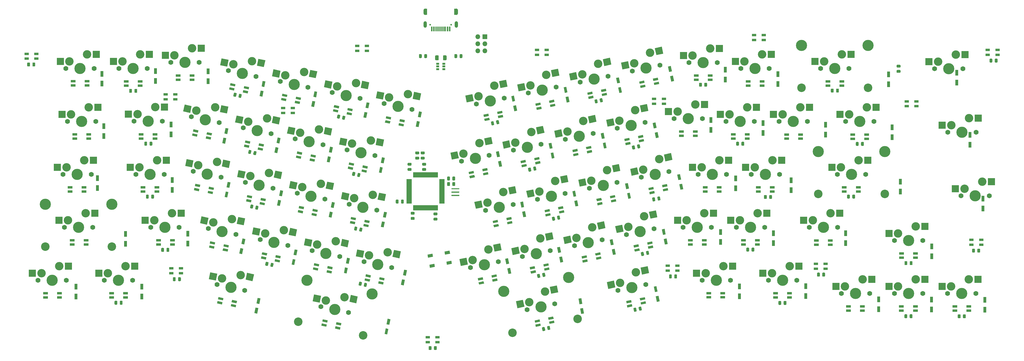
<source format=gbs>
G04 #@! TF.GenerationSoftware,KiCad,Pcbnew,(5.1.6)-1*
G04 #@! TF.CreationDate,2020-11-21T10:53:14+09:00*
G04 #@! TF.ProjectId,trifecta,74726966-6563-4746-912e-6b696361645f,rev?*
G04 #@! TF.SameCoordinates,Original*
G04 #@! TF.FileFunction,Soldermask,Bot*
G04 #@! TF.FilePolarity,Negative*
%FSLAX46Y46*%
G04 Gerber Fmt 4.6, Leading zero omitted, Abs format (unit mm)*
G04 Created by KiCad (PCBNEW (5.1.6)-1) date 2020-11-21 10:53:14*
%MOMM*%
%LPD*%
G01*
G04 APERTURE LIST*
%ADD10C,4.007800*%
%ADD11C,3.068000*%
%ADD12C,0.100000*%
%ADD13C,1.770000*%
%ADD14C,3.020000*%
%ADD15R,2.570000X2.520000*%
%ADD16R,1.620000X0.870000*%
%ADD17O,1.720000X1.720000*%
%ADD18R,1.720000X1.720000*%
%ADD19R,0.720000X2.320000*%
%ADD20O,1.220000X2.320000*%
%ADD21C,0.620000*%
%ADD22R,0.570000X1.720000*%
%ADD23R,0.320000X1.720000*%
%ADD24R,1.020000X2.020000*%
%ADD25R,1.900000X0.900000*%
%ADD26R,0.900000X1.900000*%
%ADD27R,1.820000X0.840000*%
%ADD28R,1.080000X0.670000*%
G04 APERTURE END LIST*
D10*
X176801763Y-95128601D03*
X200156015Y-90164502D03*
D11*
X179970337Y-110035571D03*
X203324589Y-105071471D03*
D12*
G36*
X193858396Y-96037182D02*
G01*
X193334459Y-93572251D01*
X195848298Y-93037918D01*
X196372235Y-95502849D01*
X193858396Y-96037182D01*
G37*
G36*
X181741978Y-101209351D02*
G01*
X181218041Y-98744420D01*
X183731880Y-98210087D01*
X184255817Y-100675018D01*
X181741978Y-101209351D01*
G37*
D13*
X195164190Y-99664969D03*
X185226210Y-101777351D03*
D14*
X185940362Y-99028809D03*
D10*
X190195200Y-100721160D03*
D14*
X191623504Y-95224074D03*
D15*
X258942340Y-86107186D03*
X246015340Y-88647186D03*
D13*
X258180340Y-91187186D03*
X248020340Y-91187186D03*
D14*
X249290340Y-88647186D03*
D10*
X253100340Y-91187186D03*
D14*
X255640340Y-86107186D03*
D15*
X282754840Y-86107186D03*
X269827840Y-88647186D03*
D13*
X281992840Y-91187186D03*
X271832840Y-91187186D03*
D14*
X273102840Y-88647186D03*
D10*
X276912840Y-91187186D03*
D14*
X279452840Y-86107186D03*
D15*
X308948590Y-90869686D03*
X296021590Y-93409686D03*
D13*
X308186590Y-95949686D03*
X298026590Y-95949686D03*
D14*
X299296590Y-93409686D03*
D10*
X303106590Y-95949686D03*
D14*
X305646590Y-90869686D03*
D15*
X327998590Y-90869686D03*
X315071590Y-93409686D03*
D13*
X327236590Y-95949686D03*
X317076590Y-95949686D03*
D14*
X318346590Y-93409686D03*
D10*
X322156590Y-95949686D03*
D14*
X324696590Y-90869686D03*
D15*
X327998590Y-71819686D03*
X315071590Y-74359686D03*
D13*
X327236590Y-76899686D03*
X317076590Y-76899686D03*
D14*
X318346590Y-74359686D03*
D10*
X322156590Y-76899686D03*
D14*
X324696590Y-71819686D03*
D15*
X297373040Y-67025520D03*
X284446040Y-69565520D03*
D13*
X296611040Y-72105520D03*
X286451040Y-72105520D03*
D14*
X287721040Y-69565520D03*
D10*
X291531040Y-72105520D03*
D14*
X294071040Y-67025520D03*
D15*
X271200880Y-67040760D03*
X258273880Y-69580760D03*
D13*
X270438880Y-72120760D03*
X260278880Y-72120760D03*
D14*
X261548880Y-69580760D03*
D10*
X265358880Y-72120760D03*
D14*
X267898880Y-67040760D03*
D15*
X252145800Y-67045840D03*
X239218800Y-69585840D03*
D13*
X251383800Y-72125840D03*
X241223800Y-72125840D03*
D14*
X242493800Y-69585840D03*
D10*
X246303800Y-72125840D03*
D14*
X248843800Y-67045840D03*
D12*
G36*
X226482156Y-89102982D02*
G01*
X225958219Y-86638051D01*
X228472058Y-86103718D01*
X228995995Y-88568649D01*
X226482156Y-89102982D01*
G37*
G36*
X214365738Y-94275151D02*
G01*
X213841801Y-91810220D01*
X216355640Y-91275887D01*
X216879577Y-93740818D01*
X214365738Y-94275151D01*
G37*
D13*
X227787950Y-92730769D03*
X217849970Y-94843151D03*
D14*
X218564122Y-92094609D03*
D10*
X222818960Y-93786960D03*
D14*
X224247264Y-88289874D03*
D12*
G36*
X229469196Y-68986182D02*
G01*
X228945259Y-66521251D01*
X231459098Y-65986918D01*
X231983035Y-68451849D01*
X229469196Y-68986182D01*
G37*
G36*
X217352778Y-74158351D02*
G01*
X216828841Y-71693420D01*
X219342680Y-71159087D01*
X219866617Y-73624018D01*
X217352778Y-74158351D01*
G37*
D13*
X230774990Y-72613969D03*
X220837010Y-74726351D03*
D14*
X221551162Y-71977809D03*
D10*
X225806000Y-73670160D03*
D14*
X227234304Y-68173074D03*
D12*
G36*
X210830676Y-72943502D02*
G01*
X210306739Y-70478571D01*
X212820578Y-69944238D01*
X213344515Y-72409169D01*
X210830676Y-72943502D01*
G37*
G36*
X198714258Y-78115671D02*
G01*
X198190321Y-75650740D01*
X200704160Y-75116407D01*
X201228097Y-77581338D01*
X198714258Y-78115671D01*
G37*
D13*
X212136470Y-76571289D03*
X202198490Y-78683671D03*
D14*
X202912642Y-75935129D03*
D10*
X207167480Y-77627480D03*
D14*
X208595784Y-72130394D03*
D12*
G36*
X192187076Y-76910982D02*
G01*
X191663139Y-74446051D01*
X194176978Y-73911718D01*
X194700915Y-76376649D01*
X192187076Y-76910982D01*
G37*
G36*
X180070658Y-82083151D02*
G01*
X179546721Y-79618220D01*
X182060560Y-79083887D01*
X182584497Y-81548818D01*
X180070658Y-82083151D01*
G37*
D13*
X193492870Y-80538769D03*
X183554890Y-82651151D03*
D14*
X184269042Y-79902609D03*
D10*
X188523880Y-81594960D03*
D14*
X189952184Y-76097874D03*
D12*
G36*
X173568876Y-80873382D02*
G01*
X173044939Y-78408451D01*
X175558778Y-77874118D01*
X176082715Y-80339049D01*
X173568876Y-80873382D01*
G37*
G36*
X161452458Y-86045551D02*
G01*
X160928521Y-83580620D01*
X163442360Y-83046287D01*
X163966297Y-85511218D01*
X161452458Y-86045551D01*
G37*
D13*
X174874670Y-84501169D03*
X164936690Y-86613551D03*
D14*
X165650842Y-83865009D03*
D10*
X169905680Y-85557360D03*
D14*
X171333984Y-80060274D03*
D12*
G36*
X178933356Y-60263822D02*
G01*
X178409419Y-57798891D01*
X180923258Y-57264558D01*
X181447195Y-59729489D01*
X178933356Y-60263822D01*
G37*
G36*
X166816938Y-65435991D02*
G01*
X166293001Y-62971060D01*
X168806840Y-62436727D01*
X169330777Y-64901658D01*
X166816938Y-65435991D01*
G37*
D13*
X180239150Y-63891609D03*
X170301170Y-66003991D03*
D14*
X171015322Y-63255449D03*
D10*
X175270160Y-64947800D03*
D14*
X176698464Y-59450714D03*
D12*
G36*
X197561716Y-56286182D02*
G01*
X197037779Y-53821251D01*
X199551618Y-53286918D01*
X200075555Y-55751849D01*
X197561716Y-56286182D01*
G37*
G36*
X185445298Y-61458351D02*
G01*
X184921361Y-58993420D01*
X187435200Y-58459087D01*
X187959137Y-60924018D01*
X185445298Y-61458351D01*
G37*
D13*
X198867510Y-59913969D03*
X188929530Y-62026351D03*
D14*
X189643682Y-59277809D03*
D10*
X193898520Y-60970160D03*
D14*
X195326824Y-55473074D03*
D12*
G36*
X216190076Y-52339022D02*
G01*
X215666139Y-49874091D01*
X218179978Y-49339758D01*
X218703915Y-51804689D01*
X216190076Y-52339022D01*
G37*
G36*
X204073658Y-57511191D02*
G01*
X203549721Y-55046260D01*
X206063560Y-54511927D01*
X206587497Y-56976858D01*
X204073658Y-57511191D01*
G37*
D13*
X217495870Y-55966809D03*
X207557890Y-58079191D03*
D14*
X208272042Y-55330649D03*
D10*
X212526880Y-57023000D03*
D14*
X213955184Y-51525914D03*
D12*
G36*
X234833676Y-48386782D02*
G01*
X234309739Y-45921851D01*
X236823578Y-45387518D01*
X237347515Y-47852449D01*
X234833676Y-48386782D01*
G37*
G36*
X222717258Y-53558951D02*
G01*
X222193321Y-51094020D01*
X224707160Y-50559687D01*
X225231097Y-53024618D01*
X222717258Y-53558951D01*
G37*
D13*
X236139470Y-52014569D03*
X226201490Y-54126951D03*
D14*
X226915642Y-51378409D03*
D10*
X231170480Y-53070760D03*
D14*
X232598784Y-47573674D03*
D15*
X257510280Y-47985680D03*
X244583280Y-50525680D03*
D13*
X256748280Y-53065680D03*
X246588280Y-53065680D03*
D14*
X247858280Y-50525680D03*
D10*
X251668280Y-53065680D03*
D14*
X254208280Y-47985680D03*
D15*
X276550120Y-47985680D03*
X263623120Y-50525680D03*
D13*
X275788120Y-53065680D03*
X265628120Y-53065680D03*
D14*
X266898120Y-50525680D03*
D10*
X270708120Y-53065680D03*
D14*
X273248120Y-47985680D03*
D10*
X289717480Y-44815760D03*
X313593480Y-44815760D03*
D11*
X289717480Y-60055760D03*
X313593480Y-60055760D03*
D15*
X307497480Y-47990760D03*
X294570480Y-50530760D03*
D13*
X306735480Y-53070760D03*
X296575480Y-53070760D03*
D14*
X297845480Y-50530760D03*
D10*
X301655480Y-53070760D03*
D14*
X304195480Y-47990760D03*
D15*
X347048590Y-90869686D03*
X334121590Y-93409686D03*
D13*
X346286590Y-95949686D03*
X336126590Y-95949686D03*
D14*
X337396590Y-93409686D03*
D10*
X341206590Y-95949686D03*
D14*
X343746590Y-90869686D03*
D15*
X351851840Y-55661040D03*
X338924840Y-58201040D03*
D13*
X351089840Y-60741040D03*
X340929840Y-60741040D03*
D14*
X342199840Y-58201040D03*
D10*
X346009840Y-60741040D03*
D14*
X348549840Y-55661040D03*
D15*
X347076640Y-32801040D03*
X334149640Y-35341040D03*
D13*
X346314640Y-37881040D03*
X336154640Y-37881040D03*
D14*
X337424640Y-35341040D03*
D10*
X341234640Y-37881040D03*
D14*
X343774640Y-32801040D03*
D15*
X310423560Y-28925520D03*
X297496560Y-31465520D03*
D13*
X309661560Y-34005520D03*
X299501560Y-34005520D03*
D14*
X300771560Y-31465520D03*
D10*
X304581560Y-34005520D03*
D14*
X307121560Y-28925520D03*
D15*
X286572960Y-28940760D03*
X273645960Y-31480760D03*
D13*
X285810960Y-34020760D03*
X275650960Y-34020760D03*
D14*
X276920960Y-31480760D03*
D10*
X280730960Y-34020760D03*
D14*
X283270960Y-28940760D03*
D15*
X267507720Y-28945840D03*
X254580720Y-31485840D03*
D13*
X266745720Y-34025840D03*
X256585720Y-34025840D03*
D14*
X257855720Y-31485840D03*
D10*
X261665720Y-34025840D03*
D14*
X264205720Y-28945840D03*
D15*
X248884440Y-27884120D03*
X235957440Y-30424120D03*
D13*
X248122440Y-32964120D03*
X237962440Y-32964120D03*
D14*
X239232440Y-30424120D03*
D10*
X243042440Y-32964120D03*
D14*
X245582440Y-27884120D03*
D12*
G36*
X226207836Y-30733782D02*
G01*
X225683899Y-28268851D01*
X228197738Y-27734518D01*
X228721675Y-30199449D01*
X226207836Y-30733782D01*
G37*
G36*
X214091418Y-35905951D02*
G01*
X213567481Y-33441020D01*
X216081320Y-32906687D01*
X216605257Y-35371618D01*
X214091418Y-35905951D01*
G37*
D13*
X227513630Y-34361569D03*
X217575650Y-36473951D03*
D14*
X218289802Y-33725409D03*
D10*
X222544640Y-35417760D03*
D14*
X223972944Y-29920674D03*
D12*
G36*
X207579476Y-34680942D02*
G01*
X207055539Y-32216011D01*
X209569378Y-31681678D01*
X210093315Y-34146609D01*
X207579476Y-34680942D01*
G37*
G36*
X195463058Y-39853111D02*
G01*
X194939121Y-37388180D01*
X197452960Y-36853847D01*
X197976897Y-39318778D01*
X195463058Y-39853111D01*
G37*
D13*
X208885270Y-38308729D03*
X198947290Y-40421111D03*
D14*
X199661442Y-37672569D03*
D10*
X203916280Y-39364920D03*
D14*
X205344584Y-33867834D03*
D12*
G36*
X188935876Y-38638262D02*
G01*
X188411939Y-36173331D01*
X190925778Y-35638998D01*
X191449715Y-38103929D01*
X188935876Y-38638262D01*
G37*
G36*
X176819458Y-43810431D02*
G01*
X176295521Y-41345500D01*
X178809360Y-40811167D01*
X179333297Y-43276098D01*
X176819458Y-43810431D01*
G37*
D13*
X190241670Y-42266049D03*
X180303690Y-44378431D03*
D14*
X181017842Y-41629889D03*
D10*
X185272680Y-43322240D03*
D14*
X186700984Y-37825154D03*
D12*
G36*
X170317676Y-42600662D02*
G01*
X169793739Y-40135731D01*
X172307578Y-39601398D01*
X172831515Y-42066329D01*
X170317676Y-42600662D01*
G37*
G36*
X158201258Y-47772831D02*
G01*
X157677321Y-45307900D01*
X160191160Y-44773567D01*
X160715097Y-47238498D01*
X158201258Y-47772831D01*
G37*
D13*
X171623470Y-46228449D03*
X161685490Y-48340831D03*
D14*
X162399642Y-45592289D03*
D10*
X166654480Y-47284640D03*
D14*
X168082784Y-41787554D03*
D15*
X342352240Y-9941040D03*
X329425240Y-12481040D03*
D13*
X341590240Y-15021040D03*
X331430240Y-15021040D03*
D14*
X332700240Y-12481040D03*
D10*
X336510240Y-15021040D03*
D14*
X339050240Y-9941040D03*
D15*
X272867120Y-9895840D03*
X259940120Y-12435840D03*
D13*
X272105120Y-14975840D03*
X261945120Y-14975840D03*
D14*
X263215120Y-12435840D03*
D10*
X267025120Y-14975840D03*
D14*
X269565120Y-9895840D03*
D15*
X254238760Y-7747000D03*
X241311760Y-10287000D03*
D13*
X253476760Y-12827000D03*
X243316760Y-12827000D03*
D14*
X244586760Y-10287000D03*
D10*
X248396760Y-12827000D03*
D14*
X250936760Y-7747000D03*
D12*
G36*
X231577396Y-10134382D02*
G01*
X231053459Y-7669451D01*
X233567298Y-7135118D01*
X234091235Y-9600049D01*
X231577396Y-10134382D01*
G37*
G36*
X219460978Y-15306551D02*
G01*
X218937041Y-12841620D01*
X221450880Y-12307287D01*
X221974817Y-14772218D01*
X219460978Y-15306551D01*
G37*
D13*
X232883190Y-13762169D03*
X222945210Y-15874551D03*
D14*
X223659362Y-13126009D03*
D10*
X227914200Y-14818360D03*
D14*
X229342504Y-9321274D03*
D12*
G36*
X212928716Y-14106942D02*
G01*
X212404779Y-11642011D01*
X214918618Y-11107678D01*
X215442555Y-13572609D01*
X212928716Y-14106942D01*
G37*
G36*
X200812298Y-19279111D02*
G01*
X200288361Y-16814180D01*
X202802200Y-16279847D01*
X203326137Y-18744778D01*
X200812298Y-19279111D01*
G37*
D13*
X214234510Y-17734729D03*
X204296530Y-19847111D03*
D14*
X205010682Y-17098569D03*
D10*
X209265520Y-18790920D03*
D14*
X210693824Y-13293834D03*
D12*
G36*
X194295276Y-18049022D02*
G01*
X193771339Y-15584091D01*
X196285178Y-15049758D01*
X196809115Y-17514689D01*
X194295276Y-18049022D01*
G37*
G36*
X182178858Y-23221191D02*
G01*
X181654921Y-20756260D01*
X184168760Y-20221927D01*
X184692697Y-22686858D01*
X182178858Y-23221191D01*
G37*
D13*
X195601070Y-21676809D03*
X185663090Y-23789191D03*
D14*
X186377242Y-21040649D03*
D10*
X190632080Y-22733000D03*
D14*
X192060384Y-17235914D03*
D10*
X283646880Y-6705600D03*
X307522880Y-6705600D03*
D11*
X283646880Y-21945600D03*
X307522880Y-21945600D03*
D15*
X301426880Y-9880600D03*
X288499880Y-12420600D03*
D13*
X300664880Y-14960600D03*
X290504880Y-14960600D03*
D14*
X291774880Y-12420600D03*
D10*
X295584880Y-14960600D03*
D14*
X298124880Y-9880600D03*
D12*
G36*
X175661836Y-22001262D02*
G01*
X175137899Y-19536331D01*
X177651738Y-19001998D01*
X178175675Y-21466929D01*
X175661836Y-22001262D01*
G37*
G36*
X163545418Y-27173431D02*
G01*
X163021481Y-24708500D01*
X165535320Y-24174167D01*
X166059257Y-26639098D01*
X163545418Y-27173431D01*
G37*
D13*
X176967630Y-25629049D03*
X167029650Y-27741431D03*
D14*
X167743802Y-24992889D03*
D10*
X171998640Y-26685240D03*
D14*
X173426944Y-21188154D03*
D10*
X106218785Y-91144942D03*
X129573037Y-96109041D03*
D11*
X103050211Y-106051911D03*
X126404463Y-111016011D03*
D12*
G36*
X121431242Y-98912529D02*
G01*
X121955179Y-96447598D01*
X124469018Y-96981931D01*
X123945081Y-99446862D01*
X121431242Y-98912529D01*
G37*
G36*
X108258632Y-98709350D02*
G01*
X108782569Y-96244419D01*
X111296408Y-96778752D01*
X110772471Y-99243683D01*
X108258632Y-98709350D01*
G37*
D13*
X121148590Y-102757791D03*
X111210610Y-100645409D03*
D14*
X112980953Y-98424962D03*
D10*
X116179600Y-101701600D03*
D14*
X119720286Y-97260706D03*
D12*
G36*
X84179602Y-90957249D02*
G01*
X84703539Y-88492318D01*
X87217378Y-89026651D01*
X86693441Y-91491582D01*
X84179602Y-90957249D01*
G37*
G36*
X71006992Y-90754070D02*
G01*
X71530929Y-88289139D01*
X74044768Y-88823472D01*
X73520831Y-91288403D01*
X71006992Y-90754070D01*
G37*
D13*
X83896950Y-94802511D03*
X73958970Y-92690129D03*
D14*
X75729313Y-90469682D03*
D10*
X78927960Y-93746320D03*
D14*
X82468646Y-89305426D03*
D15*
X20624800Y-86085680D03*
X7697800Y-88625680D03*
D13*
X19862800Y-91165680D03*
X9702800Y-91165680D03*
D14*
X10972800Y-88625680D03*
D10*
X14782800Y-91165680D03*
D14*
X17322800Y-86085680D03*
D10*
X12364720Y-63835280D03*
X36240720Y-63835280D03*
D11*
X12364720Y-79075280D03*
X36240720Y-79075280D03*
D15*
X30144720Y-67010280D03*
X17217720Y-69550280D03*
D13*
X29382720Y-72090280D03*
X19222720Y-72090280D03*
D14*
X20492720Y-69550280D03*
D10*
X24302720Y-72090280D03*
D14*
X26842720Y-67010280D03*
D15*
X44444920Y-86111080D03*
X31517920Y-88651080D03*
D13*
X43682920Y-91191080D03*
X33522920Y-91191080D03*
D14*
X34792920Y-88651080D03*
D10*
X38602920Y-91191080D03*
D14*
X41142920Y-86111080D03*
D15*
X61107320Y-67000120D03*
X48180320Y-69540120D03*
D13*
X60345320Y-72080120D03*
X50185320Y-72080120D03*
D14*
X51455320Y-69540120D03*
D10*
X55265320Y-72080120D03*
D14*
X57805320Y-67000120D03*
D12*
G36*
X81024922Y-70840449D02*
G01*
X81548859Y-68375518D01*
X84062698Y-68909851D01*
X83538761Y-71374782D01*
X81024922Y-70840449D01*
G37*
G36*
X67852312Y-70637270D02*
G01*
X68376249Y-68172339D01*
X70890088Y-68706672D01*
X70366151Y-71171603D01*
X67852312Y-70637270D01*
G37*
D13*
X80742270Y-74685711D03*
X70804290Y-72573329D03*
D14*
X72574633Y-70352882D03*
D10*
X75773280Y-73629520D03*
D14*
X79313966Y-69188626D03*
D12*
G36*
X99658362Y-74787609D02*
G01*
X100182299Y-72322678D01*
X102696138Y-72857011D01*
X102172201Y-75321942D01*
X99658362Y-74787609D01*
G37*
G36*
X86485752Y-74584430D02*
G01*
X87009689Y-72119499D01*
X89523528Y-72653832D01*
X88999591Y-75118763D01*
X86485752Y-74584430D01*
G37*
D13*
X99375710Y-78632871D03*
X89437730Y-76520489D03*
D14*
X91208073Y-74300042D03*
D10*
X94406720Y-77576680D03*
D14*
X97947406Y-73135786D03*
D12*
G36*
X118291802Y-78765249D02*
G01*
X118815739Y-76300318D01*
X121329578Y-76834651D01*
X120805641Y-79299582D01*
X118291802Y-78765249D01*
G37*
G36*
X105119192Y-78562070D02*
G01*
X105643129Y-76097139D01*
X108156968Y-76631472D01*
X107633031Y-79096403D01*
X105119192Y-78562070D01*
G37*
D13*
X118009150Y-82610511D03*
X108071170Y-80498129D03*
D14*
X109841513Y-78277682D03*
D10*
X113040160Y-81554320D03*
D14*
X116580846Y-77113426D03*
D12*
G36*
X136912542Y-82720029D02*
G01*
X137436479Y-80255098D01*
X139950318Y-80789431D01*
X139426381Y-83254362D01*
X136912542Y-82720029D01*
G37*
G36*
X123739932Y-82516850D02*
G01*
X124263869Y-80051919D01*
X126777708Y-80586252D01*
X126253771Y-83051183D01*
X123739932Y-82516850D01*
G37*
D13*
X136629890Y-86565291D03*
X126691910Y-84452909D03*
D14*
X128462253Y-82232462D03*
D10*
X131660900Y-85509100D03*
D14*
X135201586Y-81068206D03*
D12*
G36*
X131576002Y-62118089D02*
G01*
X132099939Y-59653158D01*
X134613778Y-60187491D01*
X134089841Y-62652422D01*
X131576002Y-62118089D01*
G37*
G36*
X118403392Y-61914910D02*
G01*
X118927329Y-59449979D01*
X121441168Y-59984312D01*
X120917231Y-62449243D01*
X118403392Y-61914910D01*
G37*
D13*
X131293350Y-65963351D03*
X121355370Y-63850969D03*
D14*
X123125713Y-61630522D03*
D10*
X126324360Y-64907160D03*
D14*
X129865046Y-60466266D03*
D12*
G36*
X112942562Y-58150609D02*
G01*
X113466499Y-55685678D01*
X115980338Y-56220011D01*
X115456401Y-58684942D01*
X112942562Y-58150609D01*
G37*
G36*
X99769952Y-57947430D02*
G01*
X100293889Y-55482499D01*
X102807728Y-56016832D01*
X102283791Y-58481763D01*
X99769952Y-57947430D01*
G37*
D13*
X112659910Y-61995871D03*
X102721930Y-59883489D03*
D14*
X104492273Y-57663042D03*
D10*
X107690920Y-60939680D03*
D14*
X111231606Y-56498786D03*
D12*
G36*
X94314202Y-54188209D02*
G01*
X94838139Y-51723278D01*
X97351978Y-52257611D01*
X96828041Y-54722542D01*
X94314202Y-54188209D01*
G37*
G36*
X81141592Y-53985030D02*
G01*
X81665529Y-51520099D01*
X84179368Y-52054432D01*
X83655431Y-54519363D01*
X81141592Y-53985030D01*
G37*
D13*
X94031550Y-58033471D03*
X84093570Y-55921089D03*
D14*
X85863913Y-53700642D03*
D10*
X89062560Y-56977280D03*
D14*
X92603246Y-52536386D03*
D12*
G36*
X75675682Y-50220729D02*
G01*
X76199619Y-47755798D01*
X78713458Y-48290131D01*
X78189521Y-50755062D01*
X75675682Y-50220729D01*
G37*
G36*
X62503072Y-50017550D02*
G01*
X63027009Y-47552619D01*
X65540848Y-48086952D01*
X65016911Y-50551883D01*
X62503072Y-50017550D01*
G37*
D13*
X75393030Y-54065991D03*
X65455050Y-51953609D03*
D14*
X67225393Y-49733162D03*
D10*
X70424040Y-53009800D03*
D14*
X73964726Y-48568906D03*
D15*
X55753000Y-47950120D03*
X42826000Y-50490120D03*
D13*
X54991000Y-53030120D03*
X44831000Y-53030120D03*
D14*
X46101000Y-50490120D03*
D10*
X49911000Y-53030120D03*
D14*
X52451000Y-47950120D03*
D15*
X29565100Y-47956386D03*
X16638100Y-50496386D03*
D13*
X28803100Y-53036386D03*
X18643100Y-53036386D03*
D14*
X19913100Y-50496386D03*
D10*
X23723100Y-53036386D03*
D14*
X26263100Y-47956386D03*
D15*
X31252160Y-28905200D03*
X18325160Y-31445200D03*
D13*
X30490160Y-33985200D03*
X20330160Y-33985200D03*
D14*
X21600160Y-31445200D03*
D10*
X25410160Y-33985200D03*
D14*
X27950160Y-28905200D03*
D15*
X55046880Y-28895040D03*
X42119880Y-31435040D03*
D13*
X54284880Y-33975040D03*
X44124880Y-33975040D03*
D14*
X45394880Y-31435040D03*
D10*
X49204880Y-33975040D03*
D14*
X51744880Y-28895040D03*
D12*
G36*
X74974642Y-30611929D02*
G01*
X75498579Y-28146998D01*
X78012418Y-28681331D01*
X77488481Y-31146262D01*
X74974642Y-30611929D01*
G37*
G36*
X61802032Y-30408750D02*
G01*
X62325969Y-27943819D01*
X64839808Y-28478152D01*
X64315871Y-30943083D01*
X61802032Y-30408750D01*
G37*
D13*
X74691990Y-34457191D03*
X64754010Y-32344809D03*
D14*
X66524353Y-30124362D03*
D10*
X69723000Y-33401000D03*
D14*
X73263686Y-28960106D03*
D12*
G36*
X93608082Y-34569249D02*
G01*
X94132019Y-32104318D01*
X96645858Y-32638651D01*
X96121921Y-35103582D01*
X93608082Y-34569249D01*
G37*
G36*
X80435472Y-34366070D02*
G01*
X80959409Y-31901139D01*
X83473248Y-32435472D01*
X82949311Y-34900403D01*
X80435472Y-34366070D01*
G37*
D13*
X93325430Y-38414511D03*
X83387450Y-36302129D03*
D14*
X85157793Y-34081682D03*
D10*
X88356440Y-37358320D03*
D14*
X91897126Y-32917426D03*
D12*
G36*
X112231362Y-38531649D02*
G01*
X112755299Y-36066718D01*
X115269138Y-36601051D01*
X114745201Y-39065982D01*
X112231362Y-38531649D01*
G37*
G36*
X99058752Y-38328470D02*
G01*
X99582689Y-35863539D01*
X102096528Y-36397872D01*
X101572591Y-38862803D01*
X99058752Y-38328470D01*
G37*
D13*
X111948710Y-42376911D03*
X102010730Y-40264529D03*
D14*
X103781073Y-38044082D03*
D10*
X106979720Y-41320720D03*
D14*
X110520406Y-36879826D03*
D12*
G36*
X130874962Y-42494049D02*
G01*
X131398899Y-40029118D01*
X133912738Y-40563451D01*
X133388801Y-43028382D01*
X130874962Y-42494049D01*
G37*
G36*
X117702352Y-42290870D02*
G01*
X118226289Y-39825939D01*
X120740128Y-40360272D01*
X120216191Y-42825203D01*
X117702352Y-42290870D01*
G37*
D13*
X130592310Y-46339311D03*
X120654330Y-44226929D03*
D14*
X122424673Y-42006482D03*
D10*
X125623320Y-45283120D03*
D14*
X129164006Y-40842226D03*
D12*
G36*
X144143922Y-25851969D02*
G01*
X144667859Y-23387038D01*
X147181698Y-23921371D01*
X146657761Y-26386302D01*
X144143922Y-25851969D01*
G37*
G36*
X130971312Y-25648790D02*
G01*
X131495249Y-23183859D01*
X134009088Y-23718192D01*
X133485151Y-26183123D01*
X130971312Y-25648790D01*
G37*
D13*
X143861270Y-29697231D03*
X133923290Y-27584849D03*
D14*
X135693633Y-25364402D03*
D10*
X138892280Y-28641040D03*
D14*
X142432966Y-24200146D03*
D12*
G36*
X125515562Y-21879409D02*
G01*
X126039499Y-19414478D01*
X128553338Y-19948811D01*
X128029401Y-22413742D01*
X125515562Y-21879409D01*
G37*
G36*
X112342952Y-21676230D02*
G01*
X112866889Y-19211299D01*
X115380728Y-19745632D01*
X114856791Y-22210563D01*
X112342952Y-21676230D01*
G37*
D13*
X125232910Y-25724671D03*
X115294930Y-23612289D03*
D14*
X117065273Y-21391842D03*
D10*
X120263920Y-24668480D03*
D14*
X123804606Y-20227586D03*
D12*
G36*
X106882122Y-17927169D02*
G01*
X107406059Y-15462238D01*
X109919898Y-15996571D01*
X109395961Y-18461502D01*
X106882122Y-17927169D01*
G37*
G36*
X93709512Y-17723990D02*
G01*
X94233449Y-15259059D01*
X96747288Y-15793392D01*
X96223351Y-18258323D01*
X93709512Y-17723990D01*
G37*
D13*
X106599470Y-21772431D03*
X96661490Y-19660049D03*
D14*
X98431833Y-17439602D03*
D10*
X101630480Y-20716240D03*
D14*
X105171166Y-16275346D03*
D12*
G36*
X88243602Y-13969849D02*
G01*
X88767539Y-11504918D01*
X91281378Y-12039251D01*
X90757441Y-14504182D01*
X88243602Y-13969849D01*
G37*
G36*
X75070992Y-13766670D02*
G01*
X75594929Y-11301739D01*
X78108768Y-11836072D01*
X77584831Y-14301003D01*
X75070992Y-13766670D01*
G37*
D13*
X87960950Y-17815111D03*
X78022970Y-15702729D03*
D14*
X79793313Y-13482282D03*
D10*
X82991960Y-16758920D03*
D14*
X86532646Y-12318026D03*
D15*
X68331080Y-7726680D03*
X55404080Y-10266680D03*
D13*
X67569080Y-12806680D03*
X57409080Y-12806680D03*
D14*
X58679080Y-10266680D03*
D10*
X62489080Y-12806680D03*
D14*
X65029080Y-7726680D03*
D15*
X49702720Y-9865360D03*
X36775720Y-12405360D03*
D13*
X48940720Y-14945360D03*
X38780720Y-14945360D03*
D14*
X40050720Y-12405360D03*
D10*
X43860720Y-14945360D03*
D14*
X46400720Y-9865360D03*
D15*
X30652720Y-9860280D03*
X17725720Y-12400280D03*
D13*
X29890720Y-14940280D03*
X19730720Y-14940280D03*
D14*
X21000720Y-12400280D03*
D10*
X24810720Y-14940280D03*
D14*
X27350720Y-9860280D03*
D16*
X324914200Y-26788140D03*
X324914200Y-28538140D03*
X321414200Y-26788140D03*
X321414200Y-28538140D03*
X270151800Y-2985800D03*
X270151800Y-4735800D03*
X266651800Y-2985800D03*
X266651800Y-4735800D03*
X234287000Y-25934700D03*
X234287000Y-27684700D03*
X230787000Y-25934700D03*
X230787000Y-27684700D03*
X192250000Y-8269000D03*
X192250000Y-10019000D03*
X188750000Y-8269000D03*
X188750000Y-10019000D03*
X127746700Y-6872000D03*
X127746700Y-8622000D03*
X124246700Y-6872000D03*
X124246700Y-8622000D03*
X101152900Y-29185900D03*
X101152900Y-30935900D03*
X97652900Y-29185900D03*
X97652900Y-30935900D03*
X59019380Y-24293860D03*
X59019380Y-26043860D03*
X55519380Y-24293860D03*
X55519380Y-26043860D03*
X9133780Y-9696480D03*
X9133780Y-11446480D03*
X5633780Y-9696480D03*
X5633780Y-11446480D03*
X61008200Y-86894700D03*
X61008200Y-88644700D03*
X57508200Y-86894700D03*
X57508200Y-88644700D03*
X149545100Y-113422400D03*
X149545100Y-111672400D03*
X153045100Y-113422400D03*
X153045100Y-111672400D03*
X239151100Y-85916800D03*
X239151100Y-87666800D03*
X235651100Y-85916800D03*
X235651100Y-87666800D03*
X288813300Y-86981000D03*
X288813300Y-85231000D03*
X292313300Y-86981000D03*
X292313300Y-85231000D03*
X348180600Y-76595000D03*
X348180600Y-78345000D03*
X344680600Y-76595000D03*
X344680600Y-78345000D03*
X354009900Y-8281700D03*
X354009900Y-10031700D03*
X350509900Y-8281700D03*
X350509900Y-10031700D03*
D12*
G36*
X158026845Y-84152253D02*
G01*
X158221331Y-85255238D01*
X156428981Y-85571277D01*
X156234495Y-84468292D01*
X158026845Y-84152253D01*
G37*
G36*
X151278539Y-81585083D02*
G01*
X151473025Y-82688068D01*
X149680675Y-83004107D01*
X149486189Y-81901122D01*
X151278539Y-81585083D01*
G37*
G36*
X157384347Y-80508464D02*
G01*
X157578833Y-81611449D01*
X155786483Y-81927488D01*
X155591997Y-80824503D01*
X157384347Y-80508464D01*
G37*
G36*
X151921037Y-85228872D02*
G01*
X152115523Y-86331857D01*
X150323173Y-86647896D01*
X150128687Y-85544911D01*
X151921037Y-85228872D01*
G37*
D17*
X167487600Y-8651240D03*
X170027600Y-8651240D03*
X167487600Y-6111240D03*
X170027600Y-6111240D03*
X167487600Y-3571240D03*
D18*
X170027600Y-3571240D03*
D19*
X149011840Y5462760D03*
X159411840Y5462760D03*
D20*
X148636840Y862760D03*
X159786840Y862760D03*
X148636840Y5462760D03*
X159786840Y5462760D03*
D21*
X150461840Y782760D03*
X157961840Y782760D03*
D22*
X151011840Y-717240D03*
X157411840Y-717240D03*
X151761840Y-717240D03*
D23*
X152461840Y-717240D03*
X152961840Y-717240D03*
X153461840Y-717240D03*
D22*
X156661840Y-717240D03*
D23*
X155961840Y-717240D03*
X155461840Y-717240D03*
X154961840Y-717240D03*
X154461840Y-717240D03*
X153961840Y-717240D03*
G36*
G01*
X6839640Y-13066790D02*
X6839640Y-13989290D01*
G75*
G02*
X6590890Y-14238040I-248750J0D01*
G01*
X6093390Y-14238040D01*
G75*
G02*
X5844640Y-13989290I0J248750D01*
G01*
X5844640Y-13066790D01*
G75*
G02*
X6093390Y-12818040I248750J0D01*
G01*
X6590890Y-12818040D01*
G75*
G02*
X6839640Y-13066790I0J-248750D01*
G01*
G37*
G36*
G01*
X8714640Y-13066790D02*
X8714640Y-13989290D01*
G75*
G02*
X8465890Y-14238040I-248750J0D01*
G01*
X7968390Y-14238040D01*
G75*
G02*
X7719640Y-13989290I0J248750D01*
G01*
X7719640Y-13066790D01*
G75*
G02*
X7968390Y-12818040I248750J0D01*
G01*
X8465890Y-12818040D01*
G75*
G02*
X8714640Y-13066790I0J-248750D01*
G01*
G37*
G36*
G01*
X59100140Y-90308190D02*
X59100140Y-91230690D01*
G75*
G02*
X58851390Y-91479440I-248750J0D01*
G01*
X58353890Y-91479440D01*
G75*
G02*
X58105140Y-91230690I0J248750D01*
G01*
X58105140Y-90308190D01*
G75*
G02*
X58353890Y-90059440I248750J0D01*
G01*
X58851390Y-90059440D01*
G75*
G02*
X59100140Y-90308190I0J-248750D01*
G01*
G37*
G36*
G01*
X60975140Y-90308190D02*
X60975140Y-91230690D01*
G75*
G02*
X60726390Y-91479440I-248750J0D01*
G01*
X60228890Y-91479440D01*
G75*
G02*
X59980140Y-91230690I0J248750D01*
G01*
X59980140Y-90308190D01*
G75*
G02*
X60228890Y-90059440I248750J0D01*
G01*
X60726390Y-90059440D01*
G75*
G02*
X60975140Y-90308190I0J-248750D01*
G01*
G37*
G36*
G01*
X151788440Y-116008390D02*
X151788440Y-115085890D01*
G75*
G02*
X152037190Y-114837140I248750J0D01*
G01*
X152534690Y-114837140D01*
G75*
G02*
X152783440Y-115085890I0J-248750D01*
G01*
X152783440Y-116008390D01*
G75*
G02*
X152534690Y-116257140I-248750J0D01*
G01*
X152037190Y-116257140D01*
G75*
G02*
X151788440Y-116008390I0J248750D01*
G01*
G37*
G36*
G01*
X149913440Y-116008390D02*
X149913440Y-115085890D01*
G75*
G02*
X150162190Y-114837140I248750J0D01*
G01*
X150659690Y-114837140D01*
G75*
G02*
X150908440Y-115085890I0J-248750D01*
G01*
X150908440Y-116008390D01*
G75*
G02*
X150659690Y-116257140I-248750J0D01*
G01*
X150162190Y-116257140D01*
G75*
G02*
X149913440Y-116008390I0J248750D01*
G01*
G37*
G36*
G01*
X237141440Y-89317590D02*
X237141440Y-90240090D01*
G75*
G02*
X236892690Y-90488840I-248750J0D01*
G01*
X236395190Y-90488840D01*
G75*
G02*
X236146440Y-90240090I0J248750D01*
G01*
X236146440Y-89317590D01*
G75*
G02*
X236395190Y-89068840I248750J0D01*
G01*
X236892690Y-89068840D01*
G75*
G02*
X237141440Y-89317590I0J-248750D01*
G01*
G37*
G36*
G01*
X239016440Y-89317590D02*
X239016440Y-90240090D01*
G75*
G02*
X238767690Y-90488840I-248750J0D01*
G01*
X238270190Y-90488840D01*
G75*
G02*
X238021440Y-90240090I0J248750D01*
G01*
X238021440Y-89317590D01*
G75*
G02*
X238270190Y-89068840I248750J0D01*
G01*
X238767690Y-89068840D01*
G75*
G02*
X239016440Y-89317590I0J-248750D01*
G01*
G37*
G36*
G01*
X291137920Y-89589850D02*
X291137920Y-88667350D01*
G75*
G02*
X291386670Y-88418600I248750J0D01*
G01*
X291884170Y-88418600D01*
G75*
G02*
X292132920Y-88667350I0J-248750D01*
G01*
X292132920Y-89589850D01*
G75*
G02*
X291884170Y-89838600I-248750J0D01*
G01*
X291386670Y-89838600D01*
G75*
G02*
X291137920Y-89589850I0J248750D01*
G01*
G37*
G36*
G01*
X289262920Y-89589850D02*
X289262920Y-88667350D01*
G75*
G02*
X289511670Y-88418600I248750J0D01*
G01*
X290009170Y-88418600D01*
G75*
G02*
X290257920Y-88667350I0J-248750D01*
G01*
X290257920Y-89589850D01*
G75*
G02*
X290009170Y-89838600I-248750J0D01*
G01*
X289511670Y-89838600D01*
G75*
G02*
X289262920Y-89589850I0J248750D01*
G01*
G37*
G36*
G01*
X345904240Y-80046590D02*
X345904240Y-80969090D01*
G75*
G02*
X345655490Y-81217840I-248750J0D01*
G01*
X345157990Y-81217840D01*
G75*
G02*
X344909240Y-80969090I0J248750D01*
G01*
X344909240Y-80046590D01*
G75*
G02*
X345157990Y-79797840I248750J0D01*
G01*
X345655490Y-79797840D01*
G75*
G02*
X345904240Y-80046590I0J-248750D01*
G01*
G37*
G36*
G01*
X347779240Y-80046590D02*
X347779240Y-80969090D01*
G75*
G02*
X347530490Y-81217840I-248750J0D01*
G01*
X347032990Y-81217840D01*
G75*
G02*
X346784240Y-80969090I0J248750D01*
G01*
X346784240Y-80046590D01*
G75*
G02*
X347032990Y-79797840I248750J0D01*
G01*
X347530490Y-79797840D01*
G75*
G02*
X347779240Y-80046590I0J-248750D01*
G01*
G37*
G36*
G01*
X352152640Y-11669790D02*
X352152640Y-12592290D01*
G75*
G02*
X351903890Y-12841040I-248750J0D01*
G01*
X351406390Y-12841040D01*
G75*
G02*
X351157640Y-12592290I0J248750D01*
G01*
X351157640Y-11669790D01*
G75*
G02*
X351406390Y-11421040I248750J0D01*
G01*
X351903890Y-11421040D01*
G75*
G02*
X352152640Y-11669790I0J-248750D01*
G01*
G37*
G36*
G01*
X354027640Y-11669790D02*
X354027640Y-12592290D01*
G75*
G02*
X353778890Y-12841040I-248750J0D01*
G01*
X353281390Y-12841040D01*
G75*
G02*
X353032640Y-12592290I0J248750D01*
G01*
X353032640Y-11669790D01*
G75*
G02*
X353281390Y-11421040I248750J0D01*
G01*
X353778890Y-11421040D01*
G75*
G02*
X354027640Y-11669790I0J-248750D01*
G01*
G37*
D24*
X260103620Y-54511400D03*
X260103620Y-58061400D03*
X349469320Y-98203960D03*
X349469320Y-101753960D03*
X330376140Y-98092200D03*
X330376140Y-101642200D03*
X311341380Y-98008380D03*
X311341380Y-101558380D03*
X285240340Y-93258580D03*
X285240340Y-96808580D03*
X261445620Y-93393200D03*
X261445620Y-96943200D03*
D12*
G36*
X232076703Y-95233882D02*
G01*
X231078993Y-95445952D01*
X230659011Y-93470094D01*
X231656721Y-93258024D01*
X232076703Y-95233882D01*
G37*
G36*
X232814789Y-98706306D02*
G01*
X231817079Y-98918376D01*
X231397097Y-96942518D01*
X232394807Y-96730448D01*
X232814789Y-98706306D01*
G37*
G36*
X205033331Y-99614541D02*
G01*
X204028827Y-99791662D01*
X203678057Y-97802351D01*
X204682561Y-97625230D01*
X205033331Y-99614541D01*
G37*
G36*
X205649783Y-103110609D02*
G01*
X204645279Y-103287730D01*
X204294509Y-101298419D01*
X205299013Y-101121298D01*
X205649783Y-103110609D01*
G37*
G36*
X135784247Y-107177692D02*
G01*
X134786537Y-106965622D01*
X135206519Y-104989764D01*
X136204229Y-105201834D01*
X135784247Y-107177692D01*
G37*
G36*
X135046161Y-110650116D02*
G01*
X134048451Y-110438046D01*
X134468433Y-108462188D01*
X135466143Y-108674258D01*
X135046161Y-110650116D01*
G37*
G36*
X89111747Y-99684692D02*
G01*
X88114037Y-99472622D01*
X88534019Y-97496764D01*
X89531729Y-97708834D01*
X89111747Y-99684692D01*
G37*
G36*
X88373661Y-103157116D02*
G01*
X87375951Y-102945046D01*
X87795933Y-100969188D01*
X88793643Y-101181258D01*
X88373661Y-103157116D01*
G37*
D24*
X46988340Y-93471940D03*
X46988340Y-97021940D03*
X23302840Y-93459240D03*
X23302840Y-97009240D03*
X348821530Y-61799490D03*
X348821530Y-65349490D03*
X330462500Y-78968540D03*
X330462500Y-82518540D03*
X299502440Y-74223820D03*
X299502440Y-77773820D03*
X273583400Y-74224800D03*
X273583400Y-77774800D03*
X254647700Y-73853500D03*
X254647700Y-77403500D03*
D12*
G36*
X234959603Y-74634482D02*
G01*
X233961893Y-74846552D01*
X233541911Y-72870694D01*
X234539621Y-72658624D01*
X234959603Y-74634482D01*
G37*
G36*
X235697689Y-78106906D02*
G01*
X234699979Y-78318976D01*
X234279997Y-76343118D01*
X235277707Y-76131048D01*
X235697689Y-78106906D01*
G37*
G36*
X216277903Y-78355582D02*
G01*
X215280193Y-78567652D01*
X214860211Y-76591794D01*
X215857921Y-76379724D01*
X216277903Y-78355582D01*
G37*
G36*
X217015989Y-81828006D02*
G01*
X216018279Y-82040076D01*
X215598297Y-80064218D01*
X216596007Y-79852148D01*
X217015989Y-81828006D01*
G37*
G36*
X197393003Y-81098782D02*
G01*
X196395293Y-81310852D01*
X195975311Y-79334994D01*
X196973021Y-79122924D01*
X197393003Y-81098782D01*
G37*
G36*
X198131089Y-84571206D02*
G01*
X197133379Y-84783276D01*
X196713397Y-82807418D01*
X197711107Y-82595348D01*
X198131089Y-84571206D01*
G37*
G36*
X178787503Y-85200882D02*
G01*
X177789793Y-85412952D01*
X177369811Y-83437094D01*
X178367521Y-83225024D01*
X178787503Y-85200882D01*
G37*
G36*
X179525589Y-88673306D02*
G01*
X178527879Y-88885376D01*
X178107897Y-86909518D01*
X179105607Y-86697448D01*
X179525589Y-88673306D01*
G37*
G36*
X141689747Y-89524692D02*
G01*
X140692037Y-89312622D01*
X141112019Y-87336764D01*
X142109729Y-87548834D01*
X141689747Y-89524692D01*
G37*
G36*
X140951661Y-92997116D02*
G01*
X139953951Y-92785046D01*
X140373933Y-90809188D01*
X141371643Y-91021258D01*
X140951661Y-92997116D01*
G37*
G36*
X121211387Y-85263092D02*
G01*
X120213677Y-85051022D01*
X120633659Y-83075164D01*
X121631369Y-83287234D01*
X121211387Y-85263092D01*
G37*
G36*
X120473301Y-88735516D02*
G01*
X119475591Y-88523446D01*
X119895573Y-86547588D01*
X120893283Y-86759658D01*
X120473301Y-88735516D01*
G37*
G36*
X102420467Y-82232872D02*
G01*
X101422757Y-82020802D01*
X101842739Y-80044944D01*
X102840449Y-80257014D01*
X102420467Y-82232872D01*
G37*
G36*
X101682381Y-85705296D02*
G01*
X100684671Y-85493226D01*
X101104653Y-83517368D01*
X102102363Y-83729438D01*
X101682381Y-85705296D01*
G37*
G36*
X83698127Y-78293332D02*
G01*
X82700417Y-78081262D01*
X83120399Y-76105404D01*
X84118109Y-76317474D01*
X83698127Y-78293332D01*
G37*
G36*
X82960041Y-81765756D02*
G01*
X81962331Y-81553686D01*
X82382313Y-79577828D01*
X83380023Y-79789898D01*
X82960041Y-81765756D01*
G37*
D24*
X63464440Y-74422460D03*
X63464440Y-77972460D03*
X41082840Y-74468986D03*
X41082840Y-78018986D03*
X344130240Y-38849240D03*
X344130240Y-42399240D03*
X319197600Y-55717380D03*
X319197600Y-59267380D03*
X279992700Y-55150960D03*
X279992700Y-58700960D03*
D12*
G36*
X240489183Y-54924082D02*
G01*
X239491473Y-55136152D01*
X239071491Y-53160294D01*
X240069201Y-52948224D01*
X240489183Y-54924082D01*
G37*
G36*
X241227269Y-58396506D02*
G01*
X240229559Y-58608576D01*
X239809577Y-56632718D01*
X240807287Y-56420648D01*
X241227269Y-58396506D01*
G37*
G36*
X221759223Y-58175282D02*
G01*
X220761513Y-58387352D01*
X220341531Y-56411494D01*
X221339241Y-56199424D01*
X221759223Y-58175282D01*
G37*
G36*
X222497309Y-61647706D02*
G01*
X221499599Y-61859776D01*
X221079617Y-59883918D01*
X222077327Y-59671848D01*
X222497309Y-61647706D01*
G37*
G36*
X202866703Y-60926102D02*
G01*
X201868993Y-61138172D01*
X201449011Y-59162314D01*
X202446721Y-58950244D01*
X202866703Y-60926102D01*
G37*
G36*
X203604789Y-64398526D02*
G01*
X202607079Y-64610596D01*
X202187097Y-62634738D01*
X203184807Y-62422668D01*
X203604789Y-64398526D01*
G37*
G36*
X184159603Y-64817382D02*
G01*
X183161893Y-65029452D01*
X182741911Y-63053594D01*
X183739621Y-62841524D01*
X184159603Y-64817382D01*
G37*
G36*
X184897689Y-68289806D02*
G01*
X183899979Y-68501876D01*
X183479997Y-66526018D01*
X184477707Y-66313948D01*
X184897689Y-68289806D01*
G37*
G36*
X134486170Y-68680580D02*
G01*
X133488460Y-68468510D01*
X133908442Y-66492652D01*
X134906152Y-66704722D01*
X134486170Y-68680580D01*
G37*
G36*
X133748084Y-72153004D02*
G01*
X132750374Y-71940934D01*
X133170356Y-69965076D01*
X134168066Y-70177146D01*
X133748084Y-72153004D01*
G37*
G36*
X115778327Y-65174232D02*
G01*
X114780617Y-64962162D01*
X115200599Y-62986304D01*
X116198309Y-63198374D01*
X115778327Y-65174232D01*
G37*
G36*
X115040241Y-68646656D02*
G01*
X114042531Y-68434586D01*
X114462513Y-66458728D01*
X115460223Y-66670798D01*
X115040241Y-68646656D01*
G37*
G36*
X97238867Y-60950212D02*
G01*
X96241157Y-60738142D01*
X96661139Y-58762284D01*
X97658849Y-58974354D01*
X97238867Y-60950212D01*
G37*
G36*
X96500781Y-64422636D02*
G01*
X95503071Y-64210566D01*
X95923053Y-62234708D01*
X96920763Y-62446778D01*
X96500781Y-64422636D01*
G37*
G36*
X78374287Y-57932692D02*
G01*
X77376577Y-57720622D01*
X77796559Y-55744764D01*
X78794269Y-55956834D01*
X78374287Y-57932692D01*
G37*
G36*
X77636201Y-61405116D02*
G01*
X76638491Y-61193046D01*
X77058473Y-59217188D01*
X78056183Y-59429258D01*
X77636201Y-61405116D01*
G37*
D24*
X57891680Y-55095600D03*
X57891680Y-58645600D03*
X31065080Y-54406740D03*
X31065080Y-57956740D03*
X339405840Y-16492160D03*
X339405840Y-20042160D03*
X316200400Y-36116200D03*
X316200400Y-39666200D03*
X292352340Y-35173860D03*
X292352340Y-38723860D03*
X269900400Y-34597800D03*
X269900400Y-38147800D03*
X251180600Y-33505600D03*
X251180600Y-37055600D03*
D12*
G36*
X231683003Y-36343982D02*
G01*
X230685293Y-36556052D01*
X230265311Y-34580194D01*
X231263021Y-34368124D01*
X231683003Y-36343982D01*
G37*
G36*
X232421089Y-39816406D02*
G01*
X231423379Y-40028476D01*
X231003397Y-38052618D01*
X232001107Y-37840548D01*
X232421089Y-39816406D01*
G37*
G36*
X213039403Y-40077782D02*
G01*
X212041693Y-40289852D01*
X211621711Y-38313994D01*
X212619421Y-38101924D01*
X213039403Y-40077782D01*
G37*
G36*
X213777489Y-43550206D02*
G01*
X212779779Y-43762276D01*
X212359797Y-41786418D01*
X213357507Y-41574348D01*
X213777489Y-43550206D01*
G37*
G36*
X194332303Y-43671882D02*
G01*
X193334593Y-43883952D01*
X192914611Y-41908094D01*
X193912321Y-41696024D01*
X194332303Y-43671882D01*
G37*
G36*
X195070389Y-47144306D02*
G01*
X194072679Y-47356376D01*
X193652697Y-45380518D01*
X194650407Y-45168448D01*
X195070389Y-47144306D01*
G37*
G36*
X175498203Y-46681782D02*
G01*
X174500493Y-46893852D01*
X174080511Y-44917994D01*
X175078221Y-44705924D01*
X175498203Y-46681782D01*
G37*
G36*
X176236289Y-50154206D02*
G01*
X175238579Y-50366276D01*
X174818597Y-48390418D01*
X175816307Y-48178348D01*
X176236289Y-50154206D01*
G37*
G36*
X133748827Y-49111272D02*
G01*
X132751117Y-48899202D01*
X133171099Y-46923344D01*
X134168809Y-47135414D01*
X133748827Y-49111272D01*
G37*
G36*
X133010741Y-52583696D02*
G01*
X132013031Y-52371626D01*
X132433013Y-50395768D01*
X133430723Y-50607838D01*
X133010741Y-52583696D01*
G37*
G36*
X115092527Y-45308892D02*
G01*
X114094817Y-45096822D01*
X114514799Y-43120964D01*
X115512509Y-43333034D01*
X115092527Y-45308892D01*
G37*
G36*
X114354441Y-48781316D02*
G01*
X113356731Y-48569246D01*
X113776713Y-46593388D01*
X114774423Y-46805458D01*
X114354441Y-48781316D01*
G37*
G36*
X96291447Y-41976412D02*
G01*
X95293737Y-41764342D01*
X95713719Y-39788484D01*
X96711429Y-40000554D01*
X96291447Y-41976412D01*
G37*
G36*
X95553361Y-45448836D02*
G01*
X94555651Y-45236766D01*
X94975633Y-43260908D01*
X95973343Y-43472978D01*
X95553361Y-45448836D01*
G37*
G36*
X77574187Y-38572812D02*
G01*
X76576477Y-38360742D01*
X76996459Y-36384884D01*
X77994169Y-36596954D01*
X77574187Y-38572812D01*
G37*
G36*
X76836101Y-42045236D02*
G01*
X75838391Y-41833166D01*
X76258373Y-39857308D01*
X77256083Y-40069378D01*
X76836101Y-42045236D01*
G37*
D24*
X57492900Y-35090560D03*
X57492900Y-38640560D03*
X33319720Y-35723020D03*
X33319720Y-39273020D03*
X314915160Y-17078900D03*
X314915160Y-20628900D03*
X275234400Y-17018460D03*
X275234400Y-20568460D03*
X256341880Y-15430960D03*
X256341880Y-18980960D03*
D12*
G36*
X237197343Y-16018902D02*
G01*
X236199633Y-16230972D01*
X235779651Y-14255114D01*
X236777361Y-14043044D01*
X237197343Y-16018902D01*
G37*
G36*
X237935429Y-19491326D02*
G01*
X236937719Y-19703396D01*
X236517737Y-17727538D01*
X237515447Y-17515468D01*
X237935429Y-19491326D01*
G37*
G36*
X218543583Y-20126082D02*
G01*
X217545873Y-20338152D01*
X217125891Y-18362294D01*
X218123601Y-18150224D01*
X218543583Y-20126082D01*
G37*
G36*
X219281669Y-23598506D02*
G01*
X218283959Y-23810576D01*
X217863977Y-21834718D01*
X218861687Y-21622648D01*
X219281669Y-23598506D01*
G37*
G36*
X199724723Y-23522062D02*
G01*
X198727013Y-23734132D01*
X198307031Y-21758274D01*
X199304741Y-21546204D01*
X199724723Y-23522062D01*
G37*
G36*
X200462809Y-26994486D02*
G01*
X199465099Y-27206556D01*
X199045117Y-25230698D01*
X200042827Y-25018628D01*
X200462809Y-26994486D01*
G37*
G36*
X180936343Y-26689442D02*
G01*
X179938633Y-26901512D01*
X179518651Y-24925654D01*
X180516361Y-24713584D01*
X180936343Y-26689442D01*
G37*
G36*
X181674429Y-30161866D02*
G01*
X180676719Y-30373936D01*
X180256737Y-28398078D01*
X181254447Y-28186008D01*
X181674429Y-30161866D01*
G37*
G36*
X147030487Y-32606352D02*
G01*
X146032777Y-32394282D01*
X146452759Y-30418424D01*
X147450469Y-30630494D01*
X147030487Y-32606352D01*
G37*
G36*
X146292401Y-36078776D02*
G01*
X145294691Y-35866706D01*
X145714673Y-33890848D01*
X146712383Y-34102918D01*
X146292401Y-36078776D01*
G37*
G36*
X128226867Y-29311972D02*
G01*
X127229157Y-29099902D01*
X127649139Y-27124044D01*
X128646849Y-27336114D01*
X128226867Y-29311972D01*
G37*
G36*
X127488781Y-32784396D02*
G01*
X126491071Y-32572326D01*
X126911053Y-30596468D01*
X127908763Y-30808538D01*
X127488781Y-32784396D01*
G37*
G36*
X109485087Y-25366832D02*
G01*
X108487377Y-25154762D01*
X108907359Y-23178904D01*
X109905069Y-23390974D01*
X109485087Y-25366832D01*
G37*
G36*
X108747001Y-28839256D02*
G01*
X107749291Y-28627186D01*
X108169273Y-26651328D01*
X109166983Y-26863398D01*
X108747001Y-28839256D01*
G37*
G36*
X90924427Y-21625932D02*
G01*
X89926717Y-21413862D01*
X90346699Y-19438004D01*
X91344409Y-19650074D01*
X90924427Y-21625932D01*
G37*
G36*
X90186341Y-25098356D02*
G01*
X89188631Y-24886286D01*
X89608613Y-22910428D01*
X90606323Y-23122498D01*
X90186341Y-25098356D01*
G37*
D24*
X70751700Y-16017700D03*
X70751700Y-19567700D03*
X51841400Y-15903400D03*
X51841400Y-19453400D03*
X32664400Y-16881300D03*
X32664400Y-20431300D03*
D25*
X142881040Y-55166040D03*
X142881040Y-55966040D03*
X142881040Y-56766040D03*
X142881040Y-57566040D03*
X142881040Y-58366040D03*
X142881040Y-59166040D03*
X142881040Y-59966040D03*
X142881040Y-60766040D03*
X142881040Y-61566040D03*
X142881040Y-62366040D03*
X142881040Y-63166040D03*
D26*
X144781040Y-65066040D03*
X145581040Y-65066040D03*
X146381040Y-65066040D03*
X147181040Y-65066040D03*
X147981040Y-65066040D03*
X148781040Y-65066040D03*
X149581040Y-65066040D03*
X150381040Y-65066040D03*
X151181040Y-65066040D03*
X151981040Y-65066040D03*
X152781040Y-65066040D03*
D25*
X154681040Y-63166040D03*
X154681040Y-62366040D03*
X154681040Y-61566040D03*
X154681040Y-60766040D03*
X154681040Y-59966040D03*
X154681040Y-59166040D03*
X154681040Y-58366040D03*
X154681040Y-57566040D03*
X154681040Y-56766040D03*
X154681040Y-55966040D03*
X154681040Y-55166040D03*
D26*
X152781040Y-53266040D03*
X151981040Y-53266040D03*
X151181040Y-53266040D03*
X150381040Y-53266040D03*
X149581040Y-53266040D03*
X148781040Y-53266040D03*
X147981040Y-53266040D03*
X147181040Y-53266040D03*
X146381040Y-53266040D03*
X145581040Y-53266040D03*
X144781040Y-53266040D03*
G36*
G01*
X296101080Y-23387290D02*
X296101080Y-22464790D01*
G75*
G02*
X296349830Y-22216040I248750J0D01*
G01*
X296847330Y-22216040D01*
G75*
G02*
X297096080Y-22464790I0J-248750D01*
G01*
X297096080Y-23387290D01*
G75*
G02*
X296847330Y-23636040I-248750J0D01*
G01*
X296349830Y-23636040D01*
G75*
G02*
X296101080Y-23387290I0J248750D01*
G01*
G37*
G36*
G01*
X294226080Y-23387290D02*
X294226080Y-22464790D01*
G75*
G02*
X294474830Y-22216040I248750J0D01*
G01*
X294972330Y-22216040D01*
G75*
G02*
X295221080Y-22464790I0J-248750D01*
G01*
X295221080Y-23387290D01*
G75*
G02*
X294972330Y-23636040I-248750J0D01*
G01*
X294474830Y-23636040D01*
G75*
G02*
X294226080Y-23387290I0J248750D01*
G01*
G37*
G36*
G01*
X318973050Y-14634380D02*
X318050550Y-14634380D01*
G75*
G02*
X317801800Y-14385630I0J248750D01*
G01*
X317801800Y-13888130D01*
G75*
G02*
X318050550Y-13639380I248750J0D01*
G01*
X318973050Y-13639380D01*
G75*
G02*
X319221800Y-13888130I0J-248750D01*
G01*
X319221800Y-14385630D01*
G75*
G02*
X318973050Y-14634380I-248750J0D01*
G01*
G37*
G36*
G01*
X318973050Y-16509380D02*
X318050550Y-16509380D01*
G75*
G02*
X317801800Y-16260630I0J248750D01*
G01*
X317801800Y-15763130D01*
G75*
G02*
X318050550Y-15514380I248750J0D01*
G01*
X318973050Y-15514380D01*
G75*
G02*
X319221800Y-15763130I0J-248750D01*
G01*
X319221800Y-16260630D01*
G75*
G02*
X318973050Y-16509380I-248750J0D01*
G01*
G37*
G36*
G01*
X160777240Y-60845480D02*
X158167240Y-60845480D01*
G75*
G02*
X158062240Y-60740480I0J105000D01*
G01*
X158062240Y-60530480D01*
G75*
G02*
X158167240Y-60425480I105000J0D01*
G01*
X160777240Y-60425480D01*
G75*
G02*
X160882240Y-60530480I0J-105000D01*
G01*
X160882240Y-60740480D01*
G75*
G02*
X160777240Y-60845480I-105000J0D01*
G01*
G37*
G36*
G01*
X160777240Y-59645480D02*
X158167240Y-59645480D01*
G75*
G02*
X158062240Y-59540480I0J105000D01*
G01*
X158062240Y-59330480D01*
G75*
G02*
X158167240Y-59225480I105000J0D01*
G01*
X160777240Y-59225480D01*
G75*
G02*
X160882240Y-59330480I0J-105000D01*
G01*
X160882240Y-59540480D01*
G75*
G02*
X160777240Y-59645480I-105000J0D01*
G01*
G37*
G36*
G01*
X160777240Y-58445480D02*
X158167240Y-58445480D01*
G75*
G02*
X158062240Y-58340480I0J105000D01*
G01*
X158062240Y-58130480D01*
G75*
G02*
X158167240Y-58025480I105000J0D01*
G01*
X160777240Y-58025480D01*
G75*
G02*
X160882240Y-58130480I0J-105000D01*
G01*
X160882240Y-58340480D01*
G75*
G02*
X160777240Y-58445480I-105000J0D01*
G01*
G37*
D27*
X338711780Y-100592940D03*
X338711780Y-102092940D03*
X343711780Y-102092940D03*
X343711780Y-100592940D03*
X319539860Y-100575160D03*
X319539860Y-102075160D03*
X324539860Y-102075160D03*
X324539860Y-100575160D03*
X305500020Y-102098020D03*
X305500020Y-100598020D03*
X300500020Y-100598020D03*
X300500020Y-102098020D03*
X274355800Y-95822820D03*
X274355800Y-97322820D03*
X279355800Y-97322820D03*
X279355800Y-95822820D03*
X255418840Y-97305040D03*
X255418840Y-95805040D03*
X250418840Y-95805040D03*
X250418840Y-97305040D03*
D12*
G36*
X222534288Y-98284247D02*
G01*
X222708934Y-99105891D01*
X220928706Y-99484291D01*
X220754060Y-98662647D01*
X222534288Y-98284247D01*
G37*
G36*
X222846156Y-99751468D02*
G01*
X223020802Y-100573112D01*
X221240574Y-100951512D01*
X221065928Y-100129868D01*
X222846156Y-99751468D01*
G37*
G36*
X227736894Y-98711909D02*
G01*
X227911540Y-99533553D01*
X226131312Y-99911953D01*
X225956666Y-99090309D01*
X227736894Y-98711909D01*
G37*
G36*
X227425026Y-97244688D02*
G01*
X227599672Y-98066332D01*
X225819444Y-98444732D01*
X225644798Y-97623088D01*
X227425026Y-97244688D01*
G37*
G36*
X189679388Y-105243847D02*
G01*
X189854034Y-106065491D01*
X188073806Y-106443891D01*
X187899160Y-105622247D01*
X189679388Y-105243847D01*
G37*
G36*
X189991256Y-106711068D02*
G01*
X190165902Y-107532712D01*
X188385674Y-107911112D01*
X188211028Y-107089468D01*
X189991256Y-106711068D01*
G37*
G36*
X194881994Y-105671509D02*
G01*
X195056640Y-106493153D01*
X193276412Y-106871553D01*
X193101766Y-106049909D01*
X194881994Y-105671509D01*
G37*
G36*
X194570126Y-104204288D02*
G01*
X194744772Y-105025932D01*
X192964544Y-105404332D01*
X192789898Y-104582688D01*
X194570126Y-104204288D01*
G37*
G36*
X116290178Y-108530932D02*
G01*
X116464824Y-107709288D01*
X118245052Y-108087688D01*
X118070406Y-108909332D01*
X116290178Y-108530932D01*
G37*
G36*
X116602046Y-107063711D02*
G01*
X116776692Y-106242067D01*
X118556920Y-106620467D01*
X118382274Y-107442111D01*
X116602046Y-107063711D01*
G37*
G36*
X111711308Y-106024152D02*
G01*
X111885954Y-105202508D01*
X113666182Y-105580908D01*
X113491536Y-106402552D01*
X111711308Y-106024152D01*
G37*
G36*
X111399440Y-107491373D02*
G01*
X111574086Y-106669729D01*
X113354314Y-107048129D01*
X113179668Y-107869773D01*
X111399440Y-107491373D01*
G37*
G36*
X78858198Y-100519772D02*
G01*
X79032844Y-99698128D01*
X80813072Y-100076528D01*
X80638426Y-100898172D01*
X78858198Y-100519772D01*
G37*
G36*
X79170066Y-99052551D02*
G01*
X79344712Y-98230907D01*
X81124940Y-98609307D01*
X80950294Y-99430951D01*
X79170066Y-99052551D01*
G37*
G36*
X74279328Y-98012992D02*
G01*
X74453974Y-97191348D01*
X76234202Y-97569748D01*
X76059556Y-98391392D01*
X74279328Y-98012992D01*
G37*
G36*
X73967460Y-99480213D02*
G01*
X74142106Y-98658569D01*
X75922334Y-99036969D01*
X75747688Y-99858613D01*
X73967460Y-99480213D01*
G37*
D27*
X36106340Y-95830440D03*
X36106340Y-97330440D03*
X41106340Y-97330440D03*
X41106340Y-95830440D03*
X17420840Y-97330440D03*
X17420840Y-95830440D03*
X12420840Y-95830440D03*
X12420840Y-97330440D03*
X319560180Y-81548020D03*
X319560180Y-83048020D03*
X324560180Y-83048020D03*
X324560180Y-81548020D03*
X294041200Y-78347000D03*
X294041200Y-76847000D03*
X289041200Y-76847000D03*
X289041200Y-78347000D03*
X262841100Y-76783500D03*
X262841100Y-78283500D03*
X267841100Y-78283500D03*
X267841100Y-76783500D03*
X248791100Y-78308900D03*
X248791100Y-76808900D03*
X243791100Y-76808900D03*
X243791100Y-78308900D03*
D12*
G36*
X225163188Y-78205547D02*
G01*
X225337834Y-79027191D01*
X223557606Y-79405591D01*
X223382960Y-78583947D01*
X225163188Y-78205547D01*
G37*
G36*
X225475056Y-79672768D02*
G01*
X225649702Y-80494412D01*
X223869474Y-80872812D01*
X223694828Y-80051168D01*
X225475056Y-79672768D01*
G37*
G36*
X230365794Y-78633209D02*
G01*
X230540440Y-79454853D01*
X228760212Y-79833253D01*
X228585566Y-79011609D01*
X230365794Y-78633209D01*
G37*
G36*
X230053926Y-77165988D02*
G01*
X230228572Y-77987632D01*
X228448344Y-78366032D01*
X228273698Y-77544388D01*
X230053926Y-77165988D01*
G37*
G36*
X210129312Y-83782953D02*
G01*
X209954666Y-82961309D01*
X211734894Y-82582909D01*
X211909540Y-83404553D01*
X210129312Y-83782953D01*
G37*
G36*
X209817444Y-82315732D02*
G01*
X209642798Y-81494088D01*
X211423026Y-81115688D01*
X211597672Y-81937332D01*
X209817444Y-82315732D01*
G37*
G36*
X204926706Y-83355291D02*
G01*
X204752060Y-82533647D01*
X206532288Y-82155247D01*
X206706934Y-82976891D01*
X204926706Y-83355291D01*
G37*
G36*
X205238574Y-84822512D02*
G01*
X205063928Y-84000868D01*
X206844156Y-83622468D01*
X207018802Y-84444112D01*
X205238574Y-84822512D01*
G37*
G36*
X187914088Y-86092247D02*
G01*
X188088734Y-86913891D01*
X186308506Y-87292291D01*
X186133860Y-86470647D01*
X187914088Y-86092247D01*
G37*
G36*
X188225956Y-87559468D02*
G01*
X188400602Y-88381112D01*
X186620374Y-88759512D01*
X186445728Y-87937868D01*
X188225956Y-87559468D01*
G37*
G36*
X193116694Y-86519909D02*
G01*
X193291340Y-87341553D01*
X191511112Y-87719953D01*
X191336466Y-86898309D01*
X193116694Y-86519909D01*
G37*
G36*
X192804826Y-85052688D02*
G01*
X192979472Y-85874332D01*
X191199244Y-86252732D01*
X191024598Y-85431088D01*
X192804826Y-85052688D01*
G37*
G36*
X172880212Y-91695053D02*
G01*
X172705566Y-90873409D01*
X174485794Y-90495009D01*
X174660440Y-91316653D01*
X172880212Y-91695053D01*
G37*
G36*
X172568344Y-90227832D02*
G01*
X172393698Y-89406188D01*
X174173926Y-89027788D01*
X174348572Y-89849432D01*
X172568344Y-90227832D01*
G37*
G36*
X167677606Y-91267391D02*
G01*
X167502960Y-90445747D01*
X169283188Y-90067347D01*
X169457834Y-90888991D01*
X167677606Y-91267391D01*
G37*
G36*
X167989474Y-92734612D02*
G01*
X167814828Y-91912968D01*
X169595056Y-91534568D01*
X169769702Y-92356212D01*
X167989474Y-92734612D01*
G37*
G36*
X129185582Y-89375708D02*
G01*
X129010936Y-90197352D01*
X127230708Y-89818952D01*
X127405354Y-88997308D01*
X129185582Y-89375708D01*
G37*
G36*
X128873714Y-90842929D02*
G01*
X128699068Y-91664573D01*
X126918840Y-91286173D01*
X127093486Y-90464529D01*
X128873714Y-90842929D01*
G37*
G36*
X133764452Y-91882488D02*
G01*
X133589806Y-92704132D01*
X131809578Y-92325732D01*
X131984224Y-91504088D01*
X133764452Y-91882488D01*
G37*
G36*
X134076320Y-90415267D02*
G01*
X133901674Y-91236911D01*
X132121446Y-90858511D01*
X132296092Y-90036867D01*
X134076320Y-90415267D01*
G37*
G36*
X113219318Y-88335392D02*
G01*
X113393964Y-87513748D01*
X115174192Y-87892148D01*
X114999546Y-88713792D01*
X113219318Y-88335392D01*
G37*
G36*
X113531186Y-86868171D02*
G01*
X113705832Y-86046527D01*
X115486060Y-86424927D01*
X115311414Y-87246571D01*
X113531186Y-86868171D01*
G37*
G36*
X108640448Y-85828612D02*
G01*
X108815094Y-85006968D01*
X110595322Y-85385368D01*
X110420676Y-86207012D01*
X108640448Y-85828612D01*
G37*
G36*
X108328580Y-87295833D02*
G01*
X108503226Y-86474189D01*
X110283454Y-86852589D01*
X110108808Y-87674233D01*
X108328580Y-87295833D01*
G37*
G36*
X91961882Y-81433128D02*
G01*
X91787236Y-82254772D01*
X90007008Y-81876372D01*
X90181654Y-81054728D01*
X91961882Y-81433128D01*
G37*
G36*
X91650014Y-82900349D02*
G01*
X91475368Y-83721993D01*
X89695140Y-83343593D01*
X89869786Y-82521949D01*
X91650014Y-82900349D01*
G37*
G36*
X96540752Y-83939908D02*
G01*
X96366106Y-84761552D01*
X94585878Y-84383152D01*
X94760524Y-83561508D01*
X96540752Y-83939908D01*
G37*
G36*
X96852620Y-82472687D02*
G01*
X96677974Y-83294331D01*
X94897746Y-82915931D01*
X95072392Y-82094287D01*
X96852620Y-82472687D01*
G37*
G36*
X75954978Y-80469012D02*
G01*
X76129624Y-79647368D01*
X77909852Y-80025768D01*
X77735206Y-80847412D01*
X75954978Y-80469012D01*
G37*
G36*
X76266846Y-79001791D02*
G01*
X76441492Y-78180147D01*
X78221720Y-78558547D01*
X78047074Y-79380191D01*
X76266846Y-79001791D01*
G37*
G36*
X71376108Y-77962232D02*
G01*
X71550754Y-77140588D01*
X73330982Y-77518988D01*
X73156336Y-78340632D01*
X71376108Y-77962232D01*
G37*
G36*
X71064240Y-79429453D02*
G01*
X71238886Y-78607809D01*
X73019114Y-78986209D01*
X72844468Y-79807853D01*
X71064240Y-79429453D01*
G37*
D27*
X52933840Y-76780440D03*
X52933840Y-78280440D03*
X57933840Y-78280440D03*
X57933840Y-76780440D03*
X27009340Y-78280440D03*
X27009340Y-76780440D03*
X22009340Y-76780440D03*
X22009340Y-78280440D03*
X299048800Y-57761440D03*
X299048800Y-59261440D03*
X304048800Y-59261440D03*
X304048800Y-57761440D03*
X268203040Y-57756360D03*
X268203040Y-59256360D03*
X273203040Y-59256360D03*
X273203040Y-57756360D03*
X254155580Y-59241120D03*
X254155580Y-57741120D03*
X249155580Y-57741120D03*
X249155580Y-59241120D03*
D12*
G36*
X230512428Y-57568047D02*
G01*
X230687074Y-58389691D01*
X228906846Y-58768091D01*
X228732200Y-57946447D01*
X230512428Y-57568047D01*
G37*
G36*
X230824296Y-59035268D02*
G01*
X230998942Y-59856912D01*
X229218714Y-60235312D01*
X229044068Y-59413668D01*
X230824296Y-59035268D01*
G37*
G36*
X235715034Y-57995709D02*
G01*
X235889680Y-58817353D01*
X234109452Y-59195753D01*
X233934806Y-58374109D01*
X235715034Y-57995709D01*
G37*
G36*
X235403166Y-56528488D02*
G01*
X235577812Y-57350132D01*
X233797584Y-57728532D01*
X233622938Y-56906888D01*
X235403166Y-56528488D01*
G37*
G36*
X215442992Y-63165773D02*
G01*
X215268346Y-62344129D01*
X217048574Y-61965729D01*
X217223220Y-62787373D01*
X215442992Y-63165773D01*
G37*
G36*
X215131124Y-61698552D02*
G01*
X214956478Y-60876908D01*
X216736706Y-60498508D01*
X216911352Y-61320152D01*
X215131124Y-61698552D01*
G37*
G36*
X210240386Y-62738111D02*
G01*
X210065740Y-61916467D01*
X211845968Y-61538067D01*
X212020614Y-62359711D01*
X210240386Y-62738111D01*
G37*
G36*
X210552254Y-64205332D02*
G01*
X210377608Y-63383688D01*
X212157836Y-63005288D01*
X212332482Y-63826932D01*
X210552254Y-64205332D01*
G37*
G36*
X193227768Y-65536027D02*
G01*
X193402414Y-66357671D01*
X191622186Y-66736071D01*
X191447540Y-65914427D01*
X193227768Y-65536027D01*
G37*
G36*
X193539636Y-67003248D02*
G01*
X193714282Y-67824892D01*
X191934054Y-68203292D01*
X191759408Y-67381648D01*
X193539636Y-67003248D01*
G37*
G36*
X198430374Y-65963689D02*
G01*
X198605020Y-66785333D01*
X196824792Y-67163733D01*
X196650146Y-66342089D01*
X198430374Y-65963689D01*
G37*
G36*
X198118506Y-64496468D02*
G01*
X198293152Y-65318112D01*
X196512924Y-65696512D01*
X196338278Y-64874868D01*
X198118506Y-64496468D01*
G37*
G36*
X178214212Y-71057553D02*
G01*
X178039566Y-70235909D01*
X179819794Y-69857509D01*
X179994440Y-70679153D01*
X178214212Y-71057553D01*
G37*
G36*
X177902344Y-69590332D02*
G01*
X177727698Y-68768688D01*
X179507926Y-68390288D01*
X179682572Y-69211932D01*
X177902344Y-69590332D01*
G37*
G36*
X173011606Y-70629891D02*
G01*
X172836960Y-69808247D01*
X174617188Y-69429847D01*
X174791834Y-70251491D01*
X173011606Y-70629891D01*
G37*
G36*
X173323474Y-72097112D02*
G01*
X173148828Y-71275468D01*
X174929056Y-70897068D01*
X175103702Y-71718712D01*
X173323474Y-72097112D01*
G37*
G36*
X123869362Y-68743288D02*
G01*
X123694716Y-69564932D01*
X121914488Y-69186532D01*
X122089134Y-68364888D01*
X123869362Y-68743288D01*
G37*
G36*
X123557494Y-70210509D02*
G01*
X123382848Y-71032153D01*
X121602620Y-70653753D01*
X121777266Y-69832109D01*
X123557494Y-70210509D01*
G37*
G36*
X128448232Y-71250068D02*
G01*
X128273586Y-72071712D01*
X126493358Y-71693312D01*
X126668004Y-70871668D01*
X128448232Y-71250068D01*
G37*
G36*
X128760100Y-69782847D02*
G01*
X128585454Y-70604491D01*
X126805226Y-70226091D01*
X126979872Y-69404447D01*
X128760100Y-69782847D01*
G37*
G36*
X107847218Y-67746152D02*
G01*
X108021864Y-66924508D01*
X109802092Y-67302908D01*
X109627446Y-68124552D01*
X107847218Y-67746152D01*
G37*
G36*
X108159086Y-66278931D02*
G01*
X108333732Y-65457287D01*
X110113960Y-65835687D01*
X109939314Y-66657331D01*
X108159086Y-66278931D01*
G37*
G36*
X103268348Y-65239372D02*
G01*
X103442994Y-64417728D01*
X105223222Y-64796128D01*
X105048576Y-65617772D01*
X103268348Y-65239372D01*
G37*
G36*
X102956480Y-66706593D02*
G01*
X103131126Y-65884949D01*
X104911354Y-66263349D01*
X104736708Y-67084993D01*
X102956480Y-66706593D01*
G37*
G36*
X86610102Y-60861668D02*
G01*
X86435456Y-61683312D01*
X84655228Y-61304912D01*
X84829874Y-60483268D01*
X86610102Y-60861668D01*
G37*
G36*
X86298234Y-62328889D02*
G01*
X86123588Y-63150533D01*
X84343360Y-62772133D01*
X84518006Y-61950489D01*
X86298234Y-62328889D01*
G37*
G36*
X91188972Y-63368448D02*
G01*
X91014326Y-64190092D01*
X89234098Y-63811692D01*
X89408744Y-62990048D01*
X91188972Y-63368448D01*
G37*
G36*
X91500840Y-61901227D02*
G01*
X91326194Y-62722871D01*
X89545966Y-62344471D01*
X89720612Y-61522827D01*
X91500840Y-61901227D01*
G37*
G36*
X70587958Y-59785792D02*
G01*
X70762604Y-58964148D01*
X72542832Y-59342548D01*
X72368186Y-60164192D01*
X70587958Y-59785792D01*
G37*
G36*
X70899826Y-58318571D02*
G01*
X71074472Y-57496927D01*
X72854700Y-57875327D01*
X72680054Y-58696971D01*
X70899826Y-58318571D01*
G37*
G36*
X66009088Y-57279012D02*
G01*
X66183734Y-56457368D01*
X67963962Y-56835768D01*
X67789316Y-57657412D01*
X66009088Y-57279012D01*
G37*
G36*
X65697220Y-58746233D02*
G01*
X65871866Y-57924589D01*
X67652094Y-58302989D01*
X67477448Y-59124633D01*
X65697220Y-58746233D01*
G37*
D27*
X47398300Y-57769060D03*
X47398300Y-59269060D03*
X52398300Y-59269060D03*
X52398300Y-57769060D03*
X26233760Y-59223340D03*
X26233760Y-57723340D03*
X21233760Y-57723340D03*
X21233760Y-59223340D03*
X302089180Y-38800340D03*
X302089180Y-40300340D03*
X307089180Y-40300340D03*
X307089180Y-38800340D03*
X283347800Y-40221600D03*
X283347800Y-38721600D03*
X278347800Y-38721600D03*
X278347800Y-40221600D03*
X259196200Y-38696200D03*
X259196200Y-40196200D03*
X264196200Y-40196200D03*
X264196200Y-38696200D03*
X245552600Y-39154800D03*
X245552600Y-37654800D03*
X240552600Y-37654800D03*
X240552600Y-39154800D03*
D12*
G36*
X221873888Y-39915047D02*
G01*
X222048534Y-40736691D01*
X220268306Y-41115091D01*
X220093660Y-40293447D01*
X221873888Y-39915047D01*
G37*
G36*
X222185756Y-41382268D02*
G01*
X222360402Y-42203912D01*
X220580174Y-42582312D01*
X220405528Y-41760668D01*
X222185756Y-41382268D01*
G37*
G36*
X227076494Y-40342709D02*
G01*
X227251140Y-41164353D01*
X225470912Y-41542753D01*
X225296266Y-40721109D01*
X227076494Y-40342709D01*
G37*
G36*
X226764626Y-38875488D02*
G01*
X226939272Y-39697132D01*
X225159044Y-40075532D01*
X224984398Y-39253888D01*
X226764626Y-38875488D01*
G37*
G36*
X206827312Y-45505153D02*
G01*
X206652666Y-44683509D01*
X208432894Y-44305109D01*
X208607540Y-45126753D01*
X206827312Y-45505153D01*
G37*
G36*
X206515444Y-44037932D02*
G01*
X206340798Y-43216288D01*
X208121026Y-42837888D01*
X208295672Y-43659532D01*
X206515444Y-44037932D01*
G37*
G36*
X201624706Y-45077491D02*
G01*
X201450060Y-44255847D01*
X203230288Y-43877447D01*
X203404934Y-44699091D01*
X201624706Y-45077491D01*
G37*
G36*
X201936574Y-46544712D02*
G01*
X201761928Y-45723068D01*
X203542156Y-45344668D01*
X203716802Y-46166312D01*
X201936574Y-46544712D01*
G37*
G36*
X184662888Y-47852547D02*
G01*
X184837534Y-48674191D01*
X183057306Y-49052591D01*
X182882660Y-48230947D01*
X184662888Y-47852547D01*
G37*
G36*
X184974756Y-49319768D02*
G01*
X185149402Y-50141412D01*
X183369174Y-50519812D01*
X183194528Y-49698168D01*
X184974756Y-49319768D01*
G37*
G36*
X189865494Y-48280209D02*
G01*
X190040140Y-49101853D01*
X188259912Y-49480253D01*
X188085266Y-48658609D01*
X189865494Y-48280209D01*
G37*
G36*
X189553626Y-46812988D02*
G01*
X189728272Y-47634632D01*
X187948044Y-48013032D01*
X187773398Y-47191388D01*
X189553626Y-46812988D01*
G37*
G36*
X169578212Y-53442653D02*
G01*
X169403566Y-52621009D01*
X171183794Y-52242609D01*
X171358440Y-53064253D01*
X169578212Y-53442653D01*
G37*
G36*
X169266344Y-51975432D02*
G01*
X169091698Y-51153788D01*
X170871926Y-50775388D01*
X171046572Y-51597032D01*
X169266344Y-51975432D01*
G37*
G36*
X164375606Y-53014991D02*
G01*
X164200960Y-52193347D01*
X165981188Y-51814947D01*
X166155834Y-52636591D01*
X164375606Y-53014991D01*
G37*
G36*
X164687474Y-54482212D02*
G01*
X164512828Y-53660568D01*
X166293056Y-53282168D01*
X166467702Y-54103812D01*
X164687474Y-54482212D01*
G37*
G36*
X123155622Y-49144648D02*
G01*
X122980976Y-49966292D01*
X121200748Y-49587892D01*
X121375394Y-48766248D01*
X123155622Y-49144648D01*
G37*
G36*
X122843754Y-50611869D02*
G01*
X122669108Y-51433513D01*
X120888880Y-51055113D01*
X121063526Y-50233469D01*
X122843754Y-50611869D01*
G37*
G36*
X127734492Y-51651428D02*
G01*
X127559846Y-52473072D01*
X125779618Y-52094672D01*
X125954264Y-51273028D01*
X127734492Y-51651428D01*
G37*
G36*
X128046360Y-50184207D02*
G01*
X127871714Y-51005851D01*
X126091486Y-50627451D01*
X126266132Y-49805807D01*
X128046360Y-50184207D01*
G37*
G36*
X107161418Y-48137352D02*
G01*
X107336064Y-47315708D01*
X109116292Y-47694108D01*
X108941646Y-48515752D01*
X107161418Y-48137352D01*
G37*
G36*
X107473286Y-46670131D02*
G01*
X107647932Y-45848487D01*
X109428160Y-46226887D01*
X109253514Y-47048531D01*
X107473286Y-46670131D01*
G37*
G36*
X102582548Y-45630572D02*
G01*
X102757194Y-44808928D01*
X104537422Y-45187328D01*
X104362776Y-46008972D01*
X102582548Y-45630572D01*
G37*
G36*
X102270680Y-47097793D02*
G01*
X102445326Y-46276149D01*
X104225554Y-46654549D01*
X104050908Y-47476193D01*
X102270680Y-47097793D01*
G37*
G36*
X85909062Y-41219848D02*
G01*
X85734416Y-42041492D01*
X83954188Y-41663092D01*
X84128834Y-40841448D01*
X85909062Y-41219848D01*
G37*
G36*
X85597194Y-42687069D02*
G01*
X85422548Y-43508713D01*
X83642320Y-43130313D01*
X83816966Y-42308669D01*
X85597194Y-42687069D01*
G37*
G36*
X90487932Y-43726628D02*
G01*
X90313286Y-44548272D01*
X88533058Y-44169872D01*
X88707704Y-43348228D01*
X90487932Y-43726628D01*
G37*
G36*
X90799800Y-42259407D02*
G01*
X90625154Y-43081051D01*
X88844926Y-42702651D01*
X89019572Y-41881007D01*
X90799800Y-42259407D01*
G37*
G36*
X69884378Y-40171912D02*
G01*
X70059024Y-39350268D01*
X71839252Y-39728668D01*
X71664606Y-40550312D01*
X69884378Y-40171912D01*
G37*
G36*
X70196246Y-38704691D02*
G01*
X70370892Y-37883047D01*
X72151120Y-38261447D01*
X71976474Y-39083091D01*
X70196246Y-38704691D01*
G37*
G36*
X65305508Y-37665132D02*
G01*
X65480154Y-36843488D01*
X67260382Y-37221888D01*
X67085736Y-38043532D01*
X65305508Y-37665132D01*
G37*
G36*
X64993640Y-39132353D02*
G01*
X65168286Y-38310709D01*
X66948514Y-38689109D01*
X66773868Y-39510753D01*
X64993640Y-39132353D01*
G37*
D27*
X46730280Y-38693660D03*
X46730280Y-40193660D03*
X51730280Y-40193660D03*
X51730280Y-38693660D03*
X27930480Y-40173340D03*
X27930480Y-38673340D03*
X22930480Y-38673340D03*
X22930480Y-40173340D03*
X293161080Y-19641120D03*
X293161080Y-21141120D03*
X298161080Y-21141120D03*
X298161080Y-19641120D03*
X269550520Y-21163980D03*
X269550520Y-19663980D03*
X264550520Y-19663980D03*
X264550520Y-21163980D03*
X245912000Y-17520220D03*
X245912000Y-19020220D03*
X250912000Y-19020220D03*
X250912000Y-17520220D03*
D12*
G36*
X230835392Y-20938273D02*
G01*
X230660746Y-20116629D01*
X232440974Y-19738229D01*
X232615620Y-20559873D01*
X230835392Y-20938273D01*
G37*
G36*
X230523524Y-19471052D02*
G01*
X230348878Y-18649408D01*
X232129106Y-18271008D01*
X232303752Y-19092652D01*
X230523524Y-19471052D01*
G37*
G36*
X225632786Y-20510611D02*
G01*
X225458140Y-19688967D01*
X227238368Y-19310567D01*
X227413014Y-20132211D01*
X225632786Y-20510611D01*
G37*
G36*
X225944654Y-21977832D02*
G01*
X225770008Y-21156188D01*
X227550236Y-20777788D01*
X227724882Y-21599432D01*
X225944654Y-21977832D01*
G37*
G36*
X208584608Y-23280587D02*
G01*
X208759254Y-24102231D01*
X206979026Y-24480631D01*
X206804380Y-23658987D01*
X208584608Y-23280587D01*
G37*
G36*
X208896476Y-24747808D02*
G01*
X209071122Y-25569452D01*
X207290894Y-25947852D01*
X207116248Y-25126208D01*
X208896476Y-24747808D01*
G37*
G36*
X213787214Y-23708249D02*
G01*
X213961860Y-24529893D01*
X212181632Y-24908293D01*
X212006986Y-24086649D01*
X213787214Y-23708249D01*
G37*
G36*
X213475346Y-22241028D02*
G01*
X213649992Y-23062672D01*
X211869764Y-23441072D01*
X211695118Y-22619428D01*
X213475346Y-22241028D01*
G37*
G36*
X193573592Y-28847833D02*
G01*
X193398946Y-28026189D01*
X195179174Y-27647789D01*
X195353820Y-28469433D01*
X193573592Y-28847833D01*
G37*
G36*
X193261724Y-27380612D02*
G01*
X193087078Y-26558968D01*
X194867306Y-26180568D01*
X195041952Y-27002212D01*
X193261724Y-27380612D01*
G37*
G36*
X188370986Y-28420171D02*
G01*
X188196340Y-27598527D01*
X189976568Y-27220127D01*
X190151214Y-28041771D01*
X188370986Y-28420171D01*
G37*
G36*
X188682854Y-29887392D02*
G01*
X188508208Y-29065748D01*
X190288436Y-28687348D01*
X190463082Y-29508992D01*
X188682854Y-29887392D01*
G37*
G36*
X171315188Y-31220627D02*
G01*
X171489834Y-32042271D01*
X169709606Y-32420671D01*
X169534960Y-31599027D01*
X171315188Y-31220627D01*
G37*
G36*
X171627056Y-32687848D02*
G01*
X171801702Y-33509492D01*
X170021474Y-33887892D01*
X169846828Y-33066248D01*
X171627056Y-32687848D01*
G37*
G36*
X176517794Y-31648289D02*
G01*
X176692440Y-32469933D01*
X174912212Y-32848333D01*
X174737566Y-32026689D01*
X176517794Y-31648289D01*
G37*
G36*
X176205926Y-30181068D02*
G01*
X176380572Y-31002712D01*
X174600344Y-31381112D01*
X174425698Y-30559468D01*
X176205926Y-30181068D01*
G37*
G36*
X139094298Y-35452592D02*
G01*
X139268944Y-34630948D01*
X141049172Y-35009348D01*
X140874526Y-35830992D01*
X139094298Y-35452592D01*
G37*
G36*
X139406166Y-33985371D02*
G01*
X139580812Y-33163727D01*
X141361040Y-33542127D01*
X141186394Y-34363771D01*
X139406166Y-33985371D01*
G37*
G36*
X134515428Y-32945812D02*
G01*
X134690074Y-32124168D01*
X136470302Y-32502568D01*
X136295656Y-33324212D01*
X134515428Y-32945812D01*
G37*
G36*
X134203560Y-34413033D02*
G01*
X134378206Y-33591389D01*
X136158434Y-33969789D01*
X135983788Y-34791433D01*
X134203560Y-34413033D01*
G37*
G36*
X117788602Y-28509688D02*
G01*
X117613956Y-29331332D01*
X115833728Y-28952932D01*
X116008374Y-28131288D01*
X117788602Y-28509688D01*
G37*
G36*
X117476734Y-29976909D02*
G01*
X117302088Y-30798553D01*
X115521860Y-30420153D01*
X115696506Y-29598509D01*
X117476734Y-29976909D01*
G37*
G36*
X122367472Y-31016468D02*
G01*
X122192826Y-31838112D01*
X120412598Y-31459712D01*
X120587244Y-30638068D01*
X122367472Y-31016468D01*
G37*
G36*
X122679340Y-29549247D02*
G01*
X122504694Y-30370891D01*
X120724466Y-29992491D01*
X120899112Y-29170847D01*
X122679340Y-29549247D01*
G37*
G36*
X101830838Y-27379952D02*
G01*
X102005484Y-26558308D01*
X103785712Y-26936708D01*
X103611066Y-27758352D01*
X101830838Y-27379952D01*
G37*
G36*
X102142706Y-25912731D02*
G01*
X102317352Y-25091087D01*
X104097580Y-25469487D01*
X103922934Y-26291131D01*
X102142706Y-25912731D01*
G37*
G36*
X97251968Y-24873172D02*
G01*
X97426614Y-24051528D01*
X99206842Y-24429928D01*
X99032196Y-25251572D01*
X97251968Y-24873172D01*
G37*
G36*
X96940100Y-26340393D02*
G01*
X97114746Y-25518749D01*
X98894974Y-25897149D01*
X98720328Y-26718793D01*
X96940100Y-26340393D01*
G37*
G36*
X80564902Y-20622988D02*
G01*
X80390256Y-21444632D01*
X78610028Y-21066232D01*
X78784674Y-20244588D01*
X80564902Y-20622988D01*
G37*
G36*
X80253034Y-22090209D02*
G01*
X80078388Y-22911853D01*
X78298160Y-22533453D01*
X78472806Y-21711809D01*
X80253034Y-22090209D01*
G37*
G36*
X85143772Y-23129768D02*
G01*
X84969126Y-23951412D01*
X83188898Y-23573012D01*
X83363544Y-22751368D01*
X85143772Y-23129768D01*
G37*
G36*
X85455640Y-21662547D02*
G01*
X85280994Y-22484191D01*
X83500766Y-22105791D01*
X83675412Y-21284147D01*
X85455640Y-21662547D01*
G37*
D27*
X65022100Y-18999900D03*
X65022100Y-17499900D03*
X60022100Y-17499900D03*
X60022100Y-18999900D03*
X41365800Y-19658900D03*
X41365800Y-21158900D03*
X46365800Y-21158900D03*
X46365800Y-19658900D03*
X27277700Y-21070000D03*
X27277700Y-19570000D03*
X22277700Y-19570000D03*
X22277700Y-21070000D03*
G36*
G01*
X341631460Y-104580410D02*
X341631460Y-103657910D01*
G75*
G02*
X341880210Y-103409160I248750J0D01*
G01*
X342377710Y-103409160D01*
G75*
G02*
X342626460Y-103657910I0J-248750D01*
G01*
X342626460Y-104580410D01*
G75*
G02*
X342377710Y-104829160I-248750J0D01*
G01*
X341880210Y-104829160D01*
G75*
G02*
X341631460Y-104580410I0J248750D01*
G01*
G37*
G36*
G01*
X339756460Y-104580410D02*
X339756460Y-103657910D01*
G75*
G02*
X340005210Y-103409160I248750J0D01*
G01*
X340502710Y-103409160D01*
G75*
G02*
X340751460Y-103657910I0J-248750D01*
G01*
X340751460Y-104580410D01*
G75*
G02*
X340502710Y-104829160I-248750J0D01*
G01*
X340005210Y-104829160D01*
G75*
G02*
X339756460Y-104580410I0J248750D01*
G01*
G37*
G36*
G01*
X322500180Y-104562630D02*
X322500180Y-103640130D01*
G75*
G02*
X322748930Y-103391380I248750J0D01*
G01*
X323246430Y-103391380D01*
G75*
G02*
X323495180Y-103640130I0J-248750D01*
G01*
X323495180Y-104562630D01*
G75*
G02*
X323246430Y-104811380I-248750J0D01*
G01*
X322748930Y-104811380D01*
G75*
G02*
X322500180Y-104562630I0J248750D01*
G01*
G37*
G36*
G01*
X320625180Y-104562630D02*
X320625180Y-103640130D01*
G75*
G02*
X320873930Y-103391380I248750J0D01*
G01*
X321371430Y-103391380D01*
G75*
G02*
X321620180Y-103640130I0J-248750D01*
G01*
X321620180Y-104562630D01*
G75*
G02*
X321371430Y-104811380I-248750J0D01*
G01*
X320873930Y-104811380D01*
G75*
G02*
X320625180Y-104562630I0J248750D01*
G01*
G37*
G36*
G01*
X322517960Y-85456750D02*
X322517960Y-84534250D01*
G75*
G02*
X322766710Y-84285500I248750J0D01*
G01*
X323264210Y-84285500D01*
G75*
G02*
X323512960Y-84534250I0J-248750D01*
G01*
X323512960Y-85456750D01*
G75*
G02*
X323264210Y-85705500I-248750J0D01*
G01*
X322766710Y-85705500D01*
G75*
G02*
X322517960Y-85456750I0J248750D01*
G01*
G37*
G36*
G01*
X320642960Y-85456750D02*
X320642960Y-84534250D01*
G75*
G02*
X320891710Y-84285500I248750J0D01*
G01*
X321389210Y-84285500D01*
G75*
G02*
X321637960Y-84534250I0J-248750D01*
G01*
X321637960Y-85456750D01*
G75*
G02*
X321389210Y-85705500I-248750J0D01*
G01*
X320891710Y-85705500D01*
G75*
G02*
X320642960Y-85456750I0J248750D01*
G01*
G37*
G36*
G01*
X301915140Y-61515230D02*
X301915140Y-60592730D01*
G75*
G02*
X302163890Y-60343980I248750J0D01*
G01*
X302661390Y-60343980D01*
G75*
G02*
X302910140Y-60592730I0J-248750D01*
G01*
X302910140Y-61515230D01*
G75*
G02*
X302661390Y-61763980I-248750J0D01*
G01*
X302163890Y-61763980D01*
G75*
G02*
X301915140Y-61515230I0J248750D01*
G01*
G37*
G36*
G01*
X300040140Y-61515230D02*
X300040140Y-60592730D01*
G75*
G02*
X300288890Y-60343980I248750J0D01*
G01*
X300786390Y-60343980D01*
G75*
G02*
X301035140Y-60592730I0J-248750D01*
G01*
X301035140Y-61515230D01*
G75*
G02*
X300786390Y-61763980I-248750J0D01*
G01*
X300288890Y-61763980D01*
G75*
G02*
X300040140Y-61515230I0J248750D01*
G01*
G37*
G36*
G01*
X305062200Y-42556670D02*
X305062200Y-41634170D01*
G75*
G02*
X305310950Y-41385420I248750J0D01*
G01*
X305808450Y-41385420D01*
G75*
G02*
X306057200Y-41634170I0J-248750D01*
G01*
X306057200Y-42556670D01*
G75*
G02*
X305808450Y-42805420I-248750J0D01*
G01*
X305310950Y-42805420D01*
G75*
G02*
X305062200Y-42556670I0J248750D01*
G01*
G37*
G36*
G01*
X303187200Y-42556670D02*
X303187200Y-41634170D01*
G75*
G02*
X303435950Y-41385420I248750J0D01*
G01*
X303933450Y-41385420D01*
G75*
G02*
X304182200Y-41634170I0J-248750D01*
G01*
X304182200Y-42556670D01*
G75*
G02*
X303933450Y-42805420I-248750J0D01*
G01*
X303435950Y-42805420D01*
G75*
G02*
X303187200Y-42556670I0J248750D01*
G01*
G37*
G36*
G01*
X277278020Y-99772190D02*
X277278020Y-98849690D01*
G75*
G02*
X277526770Y-98600940I248750J0D01*
G01*
X278024270Y-98600940D01*
G75*
G02*
X278273020Y-98849690I0J-248750D01*
G01*
X278273020Y-99772190D01*
G75*
G02*
X278024270Y-100020940I-248750J0D01*
G01*
X277526770Y-100020940D01*
G75*
G02*
X277278020Y-99772190I0J248750D01*
G01*
G37*
G36*
G01*
X275403020Y-99772190D02*
X275403020Y-98849690D01*
G75*
G02*
X275651770Y-98600940I248750J0D01*
G01*
X276149270Y-98600940D01*
G75*
G02*
X276398020Y-98849690I0J-248750D01*
G01*
X276398020Y-99772190D01*
G75*
G02*
X276149270Y-100020940I-248750J0D01*
G01*
X275651770Y-100020940D01*
G75*
G02*
X275403020Y-99772190I0J248750D01*
G01*
G37*
G36*
G01*
X265755700Y-80598250D02*
X265755700Y-79675750D01*
G75*
G02*
X266004450Y-79427000I248750J0D01*
G01*
X266501950Y-79427000D01*
G75*
G02*
X266750700Y-79675750I0J-248750D01*
G01*
X266750700Y-80598250D01*
G75*
G02*
X266501950Y-80847000I-248750J0D01*
G01*
X266004450Y-80847000D01*
G75*
G02*
X265755700Y-80598250I0J248750D01*
G01*
G37*
G36*
G01*
X263880700Y-80598250D02*
X263880700Y-79675750D01*
G75*
G02*
X264129450Y-79427000I248750J0D01*
G01*
X264626950Y-79427000D01*
G75*
G02*
X264875700Y-79675750I0J-248750D01*
G01*
X264875700Y-80598250D01*
G75*
G02*
X264626950Y-80847000I-248750J0D01*
G01*
X264129450Y-80847000D01*
G75*
G02*
X263880700Y-80598250I0J248750D01*
G01*
G37*
G36*
G01*
X272096420Y-61651870D02*
X272096420Y-60729370D01*
G75*
G02*
X272345170Y-60480620I248750J0D01*
G01*
X272842670Y-60480620D01*
G75*
G02*
X273091420Y-60729370I0J-248750D01*
G01*
X273091420Y-61651870D01*
G75*
G02*
X272842670Y-61900620I-248750J0D01*
G01*
X272345170Y-61900620D01*
G75*
G02*
X272096420Y-61651870I0J248750D01*
G01*
G37*
G36*
G01*
X270221420Y-61651870D02*
X270221420Y-60729370D01*
G75*
G02*
X270470170Y-60480620I248750J0D01*
G01*
X270967670Y-60480620D01*
G75*
G02*
X271216420Y-60729370I0J-248750D01*
G01*
X271216420Y-61651870D01*
G75*
G02*
X270967670Y-61900620I-248750J0D01*
G01*
X270470170Y-61900620D01*
G75*
G02*
X270221420Y-61651870I0J248750D01*
G01*
G37*
G36*
G01*
X262123500Y-42498250D02*
X262123500Y-41575750D01*
G75*
G02*
X262372250Y-41327000I248750J0D01*
G01*
X262869750Y-41327000D01*
G75*
G02*
X263118500Y-41575750I0J-248750D01*
G01*
X263118500Y-42498250D01*
G75*
G02*
X262869750Y-42747000I-248750J0D01*
G01*
X262372250Y-42747000D01*
G75*
G02*
X262123500Y-42498250I0J248750D01*
G01*
G37*
G36*
G01*
X260248500Y-42498250D02*
X260248500Y-41575750D01*
G75*
G02*
X260497250Y-41327000I248750J0D01*
G01*
X260994750Y-41327000D01*
G75*
G02*
X261243500Y-41575750I0J-248750D01*
G01*
X261243500Y-42498250D01*
G75*
G02*
X260994750Y-42747000I-248750J0D01*
G01*
X260497250Y-42747000D01*
G75*
G02*
X260248500Y-42498250I0J248750D01*
G01*
G37*
G36*
G01*
X248806280Y-21271470D02*
X248806280Y-20348970D01*
G75*
G02*
X249055030Y-20100220I248750J0D01*
G01*
X249552530Y-20100220D01*
G75*
G02*
X249801280Y-20348970I0J-248750D01*
G01*
X249801280Y-21271470D01*
G75*
G02*
X249552530Y-21520220I-248750J0D01*
G01*
X249055030Y-21520220D01*
G75*
G02*
X248806280Y-21271470I0J248750D01*
G01*
G37*
G36*
G01*
X246931280Y-21271470D02*
X246931280Y-20348970D01*
G75*
G02*
X247180030Y-20100220I248750J0D01*
G01*
X247677530Y-20100220D01*
G75*
G02*
X247926280Y-20348970I0J-248750D01*
G01*
X247926280Y-21271470D01*
G75*
G02*
X247677530Y-21520220I-248750J0D01*
G01*
X247180030Y-21520220D01*
G75*
G02*
X246931280Y-21271470I0J248750D01*
G01*
G37*
G36*
G01*
X225402644Y-101924130D02*
X225210846Y-101021788D01*
G75*
G02*
X225402442Y-100726756I243314J51718D01*
G01*
X225889070Y-100623320D01*
G75*
G02*
X226184102Y-100814916I51718J-243314D01*
G01*
X226375900Y-101717258D01*
G75*
G02*
X226184304Y-102012290I-243314J-51718D01*
G01*
X225697676Y-102115726D01*
G75*
G02*
X225402644Y-101924130I-51718J243314D01*
G01*
G37*
G36*
G01*
X223568618Y-102313964D02*
X223376820Y-101411622D01*
G75*
G02*
X223568416Y-101116590I243314J51718D01*
G01*
X224055044Y-101013154D01*
G75*
G02*
X224350076Y-101204750I51718J-243314D01*
G01*
X224541874Y-102107092D01*
G75*
G02*
X224350278Y-102402124I-243314J-51718D01*
G01*
X223863650Y-102505560D01*
G75*
G02*
X223568618Y-102313964I-51718J243314D01*
G01*
G37*
G36*
G01*
X228046784Y-81868290D02*
X227854986Y-80965948D01*
G75*
G02*
X228046582Y-80670916I243314J51718D01*
G01*
X228533210Y-80567480D01*
G75*
G02*
X228828242Y-80759076I51718J-243314D01*
G01*
X229020040Y-81661418D01*
G75*
G02*
X228828444Y-81956450I-243314J-51718D01*
G01*
X228341816Y-82059886D01*
G75*
G02*
X228046784Y-81868290I-51718J243314D01*
G01*
G37*
G36*
G01*
X226212758Y-82258124D02*
X226020960Y-81355782D01*
G75*
G02*
X226212556Y-81060750I243314J51718D01*
G01*
X226699184Y-80957314D01*
G75*
G02*
X226994216Y-81148910I51718J-243314D01*
G01*
X227186014Y-82051252D01*
G75*
G02*
X226994418Y-82346284I-243314J-51718D01*
G01*
X226507790Y-82449720D01*
G75*
G02*
X226212758Y-82258124I-51718J243314D01*
G01*
G37*
G36*
G01*
X232086090Y-62277118D02*
X231925900Y-61368632D01*
G75*
G02*
X232127676Y-61080466I244971J43195D01*
G01*
X232617618Y-60994076D01*
G75*
G02*
X232905784Y-61195852I43195J-244971D01*
G01*
X233065974Y-62104338D01*
G75*
G02*
X232864198Y-62392504I-244971J-43195D01*
G01*
X232374256Y-62478894D01*
G75*
G02*
X232086090Y-62277118I-43195J244971D01*
G01*
G37*
G36*
G01*
X230239576Y-62602708D02*
X230079386Y-61694222D01*
G75*
G02*
X230281162Y-61406056I244971J43195D01*
G01*
X230771104Y-61319666D01*
G75*
G02*
X231059270Y-61521442I43195J-244971D01*
G01*
X231219460Y-62429928D01*
G75*
G02*
X231017684Y-62718094I-244971J-43195D01*
G01*
X230527742Y-62804484D01*
G75*
G02*
X230239576Y-62602708I-43195J244971D01*
G01*
G37*
G36*
G01*
X224846384Y-43552390D02*
X224654586Y-42650048D01*
G75*
G02*
X224846182Y-42355016I243314J51718D01*
G01*
X225332810Y-42251580D01*
G75*
G02*
X225627842Y-42443176I51718J-243314D01*
G01*
X225819640Y-43345518D01*
G75*
G02*
X225628044Y-43640550I-243314J-51718D01*
G01*
X225141416Y-43743986D01*
G75*
G02*
X224846384Y-43552390I-51718J243314D01*
G01*
G37*
G36*
G01*
X223012358Y-43942224D02*
X222820560Y-43039882D01*
G75*
G02*
X223012156Y-42744850I243314J51718D01*
G01*
X223498784Y-42641414D01*
G75*
G02*
X223793816Y-42833010I51718J-243314D01*
G01*
X223985614Y-43735352D01*
G75*
G02*
X223794018Y-44030384I-243314J-51718D01*
G01*
X223307390Y-44133820D01*
G75*
G02*
X223012358Y-43942224I-51718J243314D01*
G01*
G37*
G36*
G01*
X211432644Y-26961110D02*
X211240846Y-26058768D01*
G75*
G02*
X211432442Y-25763736I243314J51718D01*
G01*
X211919070Y-25660300D01*
G75*
G02*
X212214102Y-25851896I51718J-243314D01*
G01*
X212405900Y-26754238D01*
G75*
G02*
X212214304Y-27049270I-243314J-51718D01*
G01*
X211727676Y-27152706D01*
G75*
G02*
X211432644Y-26961110I-51718J243314D01*
G01*
G37*
G36*
G01*
X209598618Y-27350944D02*
X209406820Y-26448602D01*
G75*
G02*
X209598416Y-26153570I243314J51718D01*
G01*
X210085044Y-26050134D01*
G75*
G02*
X210380076Y-26241730I51718J-243314D01*
G01*
X210571874Y-27144072D01*
G75*
G02*
X210380278Y-27439104I-243314J-51718D01*
G01*
X209893650Y-27542540D01*
G75*
G02*
X209598618Y-27350944I-51718J243314D01*
G01*
G37*
G36*
G01*
X192575684Y-108881190D02*
X192383886Y-107978848D01*
G75*
G02*
X192575482Y-107683816I243314J51718D01*
G01*
X193062110Y-107580380D01*
G75*
G02*
X193357142Y-107771976I51718J-243314D01*
G01*
X193548940Y-108674318D01*
G75*
G02*
X193357344Y-108969350I-243314J-51718D01*
G01*
X192870716Y-109072786D01*
G75*
G02*
X192575684Y-108881190I-51718J243314D01*
G01*
G37*
G36*
G01*
X190741658Y-109271024D02*
X190549860Y-108368682D01*
G75*
G02*
X190741456Y-108073650I243314J51718D01*
G01*
X191228084Y-107970214D01*
G75*
G02*
X191523116Y-108161810I51718J-243314D01*
G01*
X191714914Y-109064152D01*
G75*
G02*
X191523318Y-109359184I-243314J-51718D01*
G01*
X191036690Y-109462620D01*
G75*
G02*
X190741658Y-109271024I-51718J243314D01*
G01*
G37*
G36*
G01*
X190810384Y-89767690D02*
X190618586Y-88865348D01*
G75*
G02*
X190810182Y-88570316I243314J51718D01*
G01*
X191296810Y-88466880D01*
G75*
G02*
X191591842Y-88658476I51718J-243314D01*
G01*
X191783640Y-89560818D01*
G75*
G02*
X191592044Y-89855850I-243314J-51718D01*
G01*
X191105416Y-89959286D01*
G75*
G02*
X190810384Y-89767690I-51718J243314D01*
G01*
G37*
G36*
G01*
X188976358Y-90157524D02*
X188784560Y-89255182D01*
G75*
G02*
X188976156Y-88960150I243314J51718D01*
G01*
X189462784Y-88856714D01*
G75*
G02*
X189757816Y-89048310I51718J-243314D01*
G01*
X189949614Y-89950652D01*
G75*
G02*
X189758018Y-90245684I-243314J-51718D01*
G01*
X189271390Y-90349120D01*
G75*
G02*
X188976358Y-90157524I-51718J243314D01*
G01*
G37*
G36*
G01*
X196124064Y-69183530D02*
X195932266Y-68281188D01*
G75*
G02*
X196123862Y-67986156I243314J51718D01*
G01*
X196610490Y-67882720D01*
G75*
G02*
X196905522Y-68074316I51718J-243314D01*
G01*
X197097320Y-68976658D01*
G75*
G02*
X196905724Y-69271690I-243314J-51718D01*
G01*
X196419096Y-69375126D01*
G75*
G02*
X196124064Y-69183530I-51718J243314D01*
G01*
G37*
G36*
G01*
X194290038Y-69573364D02*
X194098240Y-68671022D01*
G75*
G02*
X194289836Y-68375990I243314J51718D01*
G01*
X194776464Y-68272554D01*
G75*
G02*
X195071496Y-68464150I51718J-243314D01*
G01*
X195263294Y-69366492D01*
G75*
G02*
X195071698Y-69661524I-243314J-51718D01*
G01*
X194585070Y-69764960D01*
G75*
G02*
X194290038Y-69573364I-51718J243314D01*
G01*
G37*
G36*
G01*
X187584584Y-51527990D02*
X187392786Y-50625648D01*
G75*
G02*
X187584382Y-50330616I243314J51718D01*
G01*
X188071010Y-50227180D01*
G75*
G02*
X188366042Y-50418776I51718J-243314D01*
G01*
X188557840Y-51321118D01*
G75*
G02*
X188366244Y-51616150I-243314J-51718D01*
G01*
X187879616Y-51719586D01*
G75*
G02*
X187584584Y-51527990I-51718J243314D01*
G01*
G37*
G36*
G01*
X185750558Y-51917824D02*
X185558760Y-51015482D01*
G75*
G02*
X185750356Y-50720450I243314J51718D01*
G01*
X186236984Y-50617014D01*
G75*
G02*
X186532016Y-50808610I51718J-243314D01*
G01*
X186723814Y-51710952D01*
G75*
G02*
X186532218Y-52005984I-243314J-51718D01*
G01*
X186045590Y-52109420D01*
G75*
G02*
X185750558Y-51917824I-51718J243314D01*
G01*
G37*
G36*
G01*
X174254664Y-34855430D02*
X174062866Y-33953088D01*
G75*
G02*
X174254462Y-33658056I243314J51718D01*
G01*
X174741090Y-33554620D01*
G75*
G02*
X175036122Y-33746216I51718J-243314D01*
G01*
X175227920Y-34648558D01*
G75*
G02*
X175036324Y-34943590I-243314J-51718D01*
G01*
X174549696Y-35047026D01*
G75*
G02*
X174254664Y-34855430I-51718J243314D01*
G01*
G37*
G36*
G01*
X172420638Y-35245264D02*
X172228840Y-34342922D01*
G75*
G02*
X172420436Y-34047890I243314J51718D01*
G01*
X172907064Y-33944454D01*
G75*
G02*
X173202096Y-34136050I51718J-243314D01*
G01*
X173393894Y-35038392D01*
G75*
G02*
X173202298Y-35333424I-243314J-51718D01*
G01*
X172715670Y-35436860D01*
G75*
G02*
X172420638Y-35245264I-51718J243314D01*
G01*
G37*
G36*
G01*
X126610585Y-93151052D02*
X126802384Y-92248710D01*
G75*
G02*
X127097416Y-92057114I243314J-51718D01*
G01*
X127584044Y-92160550D01*
G75*
G02*
X127775640Y-92455582I-51718J-243314D01*
G01*
X127583842Y-93357924D01*
G75*
G02*
X127288810Y-93549520I-243314J51718D01*
G01*
X126802182Y-93446084D01*
G75*
G02*
X126610586Y-93151052I51718J243314D01*
G01*
G37*
G36*
G01*
X124776559Y-92761218D02*
X124968358Y-91858876D01*
G75*
G02*
X125263390Y-91667280I243314J-51718D01*
G01*
X125750018Y-91770716D01*
G75*
G02*
X125941614Y-92065748I-51718J-243314D01*
G01*
X125749816Y-92968090D01*
G75*
G02*
X125454784Y-93159686I-243314J51718D01*
G01*
X124968156Y-93056250D01*
G75*
G02*
X124776560Y-92761218I51718J243314D01*
G01*
G37*
G36*
G01*
X124959512Y-73293995D02*
X125151311Y-72391653D01*
G75*
G02*
X125446343Y-72200057I243314J-51718D01*
G01*
X125932971Y-72303493D01*
G75*
G02*
X126124567Y-72598525I-51718J-243314D01*
G01*
X125932769Y-73500867D01*
G75*
G02*
X125637737Y-73692463I-243314J51718D01*
G01*
X125151109Y-73589027D01*
G75*
G02*
X124959513Y-73293995I51718J243314D01*
G01*
G37*
G36*
G01*
X123125486Y-72904161D02*
X123317285Y-72001819D01*
G75*
G02*
X123612317Y-71810223I243314J-51718D01*
G01*
X124098945Y-71913659D01*
G75*
G02*
X124290541Y-72208691I-51718J-243314D01*
G01*
X124098743Y-73111033D01*
G75*
G02*
X123803711Y-73302629I-243314J51718D01*
G01*
X123317083Y-73199193D01*
G75*
G02*
X123125487Y-72904161I51718J243314D01*
G01*
G37*
G36*
G01*
X124248385Y-53643892D02*
X124440184Y-52741550D01*
G75*
G02*
X124735216Y-52549954I243314J-51718D01*
G01*
X125221844Y-52653390D01*
G75*
G02*
X125413440Y-52948422I-51718J-243314D01*
G01*
X125221642Y-53850764D01*
G75*
G02*
X124926610Y-54042360I-243314J51718D01*
G01*
X124439982Y-53938924D01*
G75*
G02*
X124248386Y-53643892I51718J243314D01*
G01*
G37*
G36*
G01*
X122414359Y-53254058D02*
X122606158Y-52351716D01*
G75*
G02*
X122901190Y-52160120I243314J-51718D01*
G01*
X123387818Y-52263556D01*
G75*
G02*
X123579414Y-52558588I-51718J-243314D01*
G01*
X123387616Y-53460930D01*
G75*
G02*
X123092584Y-53652526I-243314J51718D01*
G01*
X122605956Y-53549090D01*
G75*
G02*
X122414360Y-53254058I51718J243314D01*
G01*
G37*
G36*
G01*
X118830565Y-33029252D02*
X119022364Y-32126910D01*
G75*
G02*
X119317396Y-31935314I243314J-51718D01*
G01*
X119804024Y-32038750D01*
G75*
G02*
X119995620Y-32333782I-51718J-243314D01*
G01*
X119803822Y-33236124D01*
G75*
G02*
X119508790Y-33427720I-243314J51718D01*
G01*
X119022162Y-33324284D01*
G75*
G02*
X118830566Y-33029252I51718J243314D01*
G01*
G37*
G36*
G01*
X116996539Y-32639418D02*
X117188338Y-31737076D01*
G75*
G02*
X117483370Y-31545480I243314J-51718D01*
G01*
X117969998Y-31648916D01*
G75*
G02*
X118161594Y-31943948I-51718J-243314D01*
G01*
X117969796Y-32846290D01*
G75*
G02*
X117674764Y-33037886I-243314J51718D01*
G01*
X117188136Y-32934450D01*
G75*
G02*
X116996540Y-32639418I51718J243314D01*
G01*
G37*
G36*
G01*
X93082585Y-85993332D02*
X93274384Y-85090990D01*
G75*
G02*
X93569416Y-84899394I243314J-51718D01*
G01*
X94056044Y-85002830D01*
G75*
G02*
X94247640Y-85297862I-51718J-243314D01*
G01*
X94055842Y-86200204D01*
G75*
G02*
X93760810Y-86391800I-243314J51718D01*
G01*
X93274182Y-86288364D01*
G75*
G02*
X93082586Y-85993332I51718J243314D01*
G01*
G37*
G36*
G01*
X91248559Y-85603498D02*
X91440358Y-84701156D01*
G75*
G02*
X91735390Y-84509560I243314J-51718D01*
G01*
X92222018Y-84612996D01*
G75*
G02*
X92413614Y-84908028I-51718J-243314D01*
G01*
X92221816Y-85810370D01*
G75*
G02*
X91926784Y-86001966I-243314J51718D01*
G01*
X91440156Y-85898530D01*
G75*
G02*
X91248560Y-85603498I51718J243314D01*
G01*
G37*
G36*
G01*
X87664765Y-65381232D02*
X87856564Y-64478890D01*
G75*
G02*
X88151596Y-64287294I243314J-51718D01*
G01*
X88638224Y-64390730D01*
G75*
G02*
X88829820Y-64685762I-51718J-243314D01*
G01*
X88638022Y-65588104D01*
G75*
G02*
X88342990Y-65779700I-243314J51718D01*
G01*
X87856362Y-65676264D01*
G75*
G02*
X87664766Y-65381232I51718J243314D01*
G01*
G37*
G36*
G01*
X85830739Y-64991398D02*
X86022538Y-64089056D01*
G75*
G02*
X86317570Y-63897460I243314J-51718D01*
G01*
X86804198Y-64000896D01*
G75*
G02*
X86995794Y-64295928I-51718J-243314D01*
G01*
X86803996Y-65198270D01*
G75*
G02*
X86508964Y-65389866I-243314J51718D01*
G01*
X86022336Y-65286430D01*
G75*
G02*
X85830740Y-64991398I51718J243314D01*
G01*
G37*
G36*
G01*
X86961185Y-45741952D02*
X87152984Y-44839610D01*
G75*
G02*
X87448016Y-44648014I243314J-51718D01*
G01*
X87934644Y-44751450D01*
G75*
G02*
X88126240Y-45046482I-51718J-243314D01*
G01*
X87934442Y-45948824D01*
G75*
G02*
X87639410Y-46140420I-243314J51718D01*
G01*
X87152782Y-46036984D01*
G75*
G02*
X86961186Y-45741952I51718J243314D01*
G01*
G37*
G36*
G01*
X85127159Y-45352118D02*
X85318958Y-44449776D01*
G75*
G02*
X85613990Y-44258180I243314J-51718D01*
G01*
X86100618Y-44361616D01*
G75*
G02*
X86292214Y-44656648I-51718J-243314D01*
G01*
X86100416Y-45558990D01*
G75*
G02*
X85805384Y-45750586I-243314J51718D01*
G01*
X85318756Y-45647150D01*
G75*
G02*
X85127160Y-45352118I51718J243314D01*
G01*
G37*
G36*
G01*
X81652585Y-25155252D02*
X81844384Y-24252910D01*
G75*
G02*
X82139416Y-24061314I243314J-51718D01*
G01*
X82626044Y-24164750D01*
G75*
G02*
X82817640Y-24459782I-51718J-243314D01*
G01*
X82625842Y-25362124D01*
G75*
G02*
X82330810Y-25553720I-243314J51718D01*
G01*
X81844182Y-25450284D01*
G75*
G02*
X81652586Y-25155252I51718J243314D01*
G01*
G37*
G36*
G01*
X79818559Y-24765418D02*
X80010358Y-23863076D01*
G75*
G02*
X80305390Y-23671480I243314J-51718D01*
G01*
X80792018Y-23774916D01*
G75*
G02*
X80983614Y-24069948I-51718J-243314D01*
G01*
X80791816Y-24972290D01*
G75*
G02*
X80496784Y-25163886I-243314J51718D01*
G01*
X80010156Y-25060450D01*
G75*
G02*
X79818560Y-24765418I51718J243314D01*
G01*
G37*
G36*
G01*
X39046340Y-99708690D02*
X39046340Y-98786190D01*
G75*
G02*
X39295090Y-98537440I248750J0D01*
G01*
X39792590Y-98537440D01*
G75*
G02*
X40041340Y-98786190I0J-248750D01*
G01*
X40041340Y-99708690D01*
G75*
G02*
X39792590Y-99957440I-248750J0D01*
G01*
X39295090Y-99957440D01*
G75*
G02*
X39046340Y-99708690I0J248750D01*
G01*
G37*
G36*
G01*
X37171340Y-99708690D02*
X37171340Y-98786190D01*
G75*
G02*
X37420090Y-98537440I248750J0D01*
G01*
X37917590Y-98537440D01*
G75*
G02*
X38166340Y-98786190I0J-248750D01*
G01*
X38166340Y-99708690D01*
G75*
G02*
X37917590Y-99957440I-248750J0D01*
G01*
X37420090Y-99957440D01*
G75*
G02*
X37171340Y-99708690I0J248750D01*
G01*
G37*
G36*
G01*
X55810340Y-80699330D02*
X55810340Y-79776830D01*
G75*
G02*
X56059090Y-79528080I248750J0D01*
G01*
X56556590Y-79528080D01*
G75*
G02*
X56805340Y-79776830I0J-248750D01*
G01*
X56805340Y-80699330D01*
G75*
G02*
X56556590Y-80948080I-248750J0D01*
G01*
X56059090Y-80948080D01*
G75*
G02*
X55810340Y-80699330I0J248750D01*
G01*
G37*
G36*
G01*
X53935340Y-80699330D02*
X53935340Y-79776830D01*
G75*
G02*
X54184090Y-79528080I248750J0D01*
G01*
X54681590Y-79528080D01*
G75*
G02*
X54930340Y-79776830I0J-248750D01*
G01*
X54930340Y-80699330D01*
G75*
G02*
X54681590Y-80948080I-248750J0D01*
G01*
X54184090Y-80948080D01*
G75*
G02*
X53935340Y-80699330I0J248750D01*
G01*
G37*
G36*
G01*
X50327900Y-61533010D02*
X50327900Y-60610510D01*
G75*
G02*
X50576650Y-60361760I248750J0D01*
G01*
X51074150Y-60361760D01*
G75*
G02*
X51322900Y-60610510I0J-248750D01*
G01*
X51322900Y-61533010D01*
G75*
G02*
X51074150Y-61781760I-248750J0D01*
G01*
X50576650Y-61781760D01*
G75*
G02*
X50327900Y-61533010I0J248750D01*
G01*
G37*
G36*
G01*
X48452900Y-61533010D02*
X48452900Y-60610510D01*
G75*
G02*
X48701650Y-60361760I248750J0D01*
G01*
X49199150Y-60361760D01*
G75*
G02*
X49447900Y-60610510I0J-248750D01*
G01*
X49447900Y-61533010D01*
G75*
G02*
X49199150Y-61781760I-248750J0D01*
G01*
X48701650Y-61781760D01*
G75*
G02*
X48452900Y-61533010I0J248750D01*
G01*
G37*
G36*
G01*
X49741400Y-42477930D02*
X49741400Y-41555430D01*
G75*
G02*
X49990150Y-41306680I248750J0D01*
G01*
X50487650Y-41306680D01*
G75*
G02*
X50736400Y-41555430I0J-248750D01*
G01*
X50736400Y-42477930D01*
G75*
G02*
X50487650Y-42726680I-248750J0D01*
G01*
X49990150Y-42726680D01*
G75*
G02*
X49741400Y-42477930I0J248750D01*
G01*
G37*
G36*
G01*
X47866400Y-42477930D02*
X47866400Y-41555430D01*
G75*
G02*
X48115150Y-41306680I248750J0D01*
G01*
X48612650Y-41306680D01*
G75*
G02*
X48861400Y-41555430I0J-248750D01*
G01*
X48861400Y-42477930D01*
G75*
G02*
X48612650Y-42726680I-248750J0D01*
G01*
X48115150Y-42726680D01*
G75*
G02*
X47866400Y-42477930I0J248750D01*
G01*
G37*
G36*
G01*
X44305800Y-23473650D02*
X44305800Y-22551150D01*
G75*
G02*
X44554550Y-22302400I248750J0D01*
G01*
X45052050Y-22302400D01*
G75*
G02*
X45300800Y-22551150I0J-248750D01*
G01*
X45300800Y-23473650D01*
G75*
G02*
X45052050Y-23722400I-248750J0D01*
G01*
X44554550Y-23722400D01*
G75*
G02*
X44305800Y-23473650I0J248750D01*
G01*
G37*
G36*
G01*
X42430800Y-23473650D02*
X42430800Y-22551150D01*
G75*
G02*
X42679550Y-22302400I248750J0D01*
G01*
X43177050Y-22302400D01*
G75*
G02*
X43425800Y-22551150I0J-248750D01*
G01*
X43425800Y-23473650D01*
G75*
G02*
X43177050Y-23722400I-248750J0D01*
G01*
X42679550Y-23722400D01*
G75*
G02*
X42430800Y-23473650I0J248750D01*
G01*
G37*
D28*
X155311840Y-14243240D03*
X155311840Y-15193240D03*
X155311840Y-13293240D03*
X153111840Y-13293240D03*
X153111840Y-14243240D03*
X153111840Y-15193240D03*
G36*
G01*
X144619490Y-67539840D02*
X143696990Y-67539840D01*
G75*
G02*
X143448240Y-67291090I0J248750D01*
G01*
X143448240Y-66793590D01*
G75*
G02*
X143696990Y-66544840I248750J0D01*
G01*
X144619490Y-66544840D01*
G75*
G02*
X144868240Y-66793590I0J-248750D01*
G01*
X144868240Y-67291090D01*
G75*
G02*
X144619490Y-67539840I-248750J0D01*
G01*
G37*
G36*
G01*
X144619490Y-69414840D02*
X143696990Y-69414840D01*
G75*
G02*
X143448240Y-69166090I0J248750D01*
G01*
X143448240Y-68668590D01*
G75*
G02*
X143696990Y-68419840I248750J0D01*
G01*
X144619490Y-68419840D01*
G75*
G02*
X144868240Y-68668590I0J-248750D01*
G01*
X144868240Y-69166090D01*
G75*
G02*
X144619490Y-69414840I-248750J0D01*
G01*
G37*
G36*
G01*
X146236290Y-45835540D02*
X145313790Y-45835540D01*
G75*
G02*
X145065040Y-45586790I0J248750D01*
G01*
X145065040Y-45089290D01*
G75*
G02*
X145313790Y-44840540I248750J0D01*
G01*
X146236290Y-44840540D01*
G75*
G02*
X146485040Y-45089290I0J-248750D01*
G01*
X146485040Y-45586790D01*
G75*
G02*
X146236290Y-45835540I-248750J0D01*
G01*
G37*
G36*
G01*
X146236290Y-47710540D02*
X145313790Y-47710540D01*
G75*
G02*
X145065040Y-47461790I0J248750D01*
G01*
X145065040Y-46964290D01*
G75*
G02*
X145313790Y-46715540I248750J0D01*
G01*
X146236290Y-46715540D01*
G75*
G02*
X146485040Y-46964290I0J-248750D01*
G01*
X146485040Y-47461790D01*
G75*
G02*
X146236290Y-47710540I-248750J0D01*
G01*
G37*
G36*
G01*
X148217490Y-45835540D02*
X147294990Y-45835540D01*
G75*
G02*
X147046240Y-45586790I0J248750D01*
G01*
X147046240Y-45089290D01*
G75*
G02*
X147294990Y-44840540I248750J0D01*
G01*
X148217490Y-44840540D01*
G75*
G02*
X148466240Y-45089290I0J-248750D01*
G01*
X148466240Y-45586790D01*
G75*
G02*
X148217490Y-45835540I-248750J0D01*
G01*
G37*
G36*
G01*
X148217490Y-47710540D02*
X147294990Y-47710540D01*
G75*
G02*
X147046240Y-47461790I0J248750D01*
G01*
X147046240Y-46964290D01*
G75*
G02*
X147294990Y-46715540I248750J0D01*
G01*
X148217490Y-46715540D01*
G75*
G02*
X148466240Y-46964290I0J-248750D01*
G01*
X148466240Y-47461790D01*
G75*
G02*
X148217490Y-47710540I-248750J0D01*
G01*
G37*
G36*
G01*
X160121840Y-10048190D02*
X160121840Y-10970690D01*
G75*
G02*
X159873090Y-11219440I-248750J0D01*
G01*
X159375590Y-11219440D01*
G75*
G02*
X159126840Y-10970690I0J248750D01*
G01*
X159126840Y-10048190D01*
G75*
G02*
X159375590Y-9799440I248750J0D01*
G01*
X159873090Y-9799440D01*
G75*
G02*
X160121840Y-10048190I0J-248750D01*
G01*
G37*
G36*
G01*
X161996840Y-10048190D02*
X161996840Y-10970690D01*
G75*
G02*
X161748090Y-11219440I-248750J0D01*
G01*
X161250590Y-11219440D01*
G75*
G02*
X161001840Y-10970690I0J248750D01*
G01*
X161001840Y-10048190D01*
G75*
G02*
X161250590Y-9799440I248750J0D01*
G01*
X161748090Y-9799440D01*
G75*
G02*
X161996840Y-10048190I0J-248750D01*
G01*
G37*
G36*
G01*
X148301840Y-10970690D02*
X148301840Y-10048190D01*
G75*
G02*
X148550590Y-9799440I248750J0D01*
G01*
X149048090Y-9799440D01*
G75*
G02*
X149296840Y-10048190I0J-248750D01*
G01*
X149296840Y-10970690D01*
G75*
G02*
X149048090Y-11219440I-248750J0D01*
G01*
X148550590Y-11219440D01*
G75*
G02*
X148301840Y-10970690I0J248750D01*
G01*
G37*
G36*
G01*
X146426840Y-10970690D02*
X146426840Y-10048190D01*
G75*
G02*
X146675590Y-9799440I248750J0D01*
G01*
X147173090Y-9799440D01*
G75*
G02*
X147421840Y-10048190I0J-248750D01*
G01*
X147421840Y-10970690D01*
G75*
G02*
X147173090Y-11219440I-248750J0D01*
G01*
X146675590Y-11219440D01*
G75*
G02*
X146426840Y-10970690I0J248750D01*
G01*
G37*
G36*
G01*
X157522840Y-54091190D02*
X157522840Y-55013690D01*
G75*
G02*
X157274090Y-55262440I-248750J0D01*
G01*
X156776590Y-55262440D01*
G75*
G02*
X156527840Y-55013690I0J248750D01*
G01*
X156527840Y-54091190D01*
G75*
G02*
X156776590Y-53842440I248750J0D01*
G01*
X157274090Y-53842440D01*
G75*
G02*
X157522840Y-54091190I0J-248750D01*
G01*
G37*
G36*
G01*
X159397840Y-54091190D02*
X159397840Y-55013690D01*
G75*
G02*
X159149090Y-55262440I-248750J0D01*
G01*
X158651590Y-55262440D01*
G75*
G02*
X158402840Y-55013690I0J248750D01*
G01*
X158402840Y-54091190D01*
G75*
G02*
X158651590Y-53842440I248750J0D01*
G01*
X159149090Y-53842440D01*
G75*
G02*
X159397840Y-54091190I0J-248750D01*
G01*
G37*
G36*
G01*
X155040340Y-11775440D02*
X155040340Y-10513440D01*
G75*
G02*
X155294340Y-10259440I254000J0D01*
G01*
X156056340Y-10259440D01*
G75*
G02*
X156310340Y-10513440I0J-254000D01*
G01*
X156310340Y-11775440D01*
G75*
G02*
X156056340Y-12029440I-254000J0D01*
G01*
X155294340Y-12029440D01*
G75*
G02*
X155040340Y-11775440I0J254000D01*
G01*
G37*
G36*
G01*
X152240340Y-11775440D02*
X152240340Y-10513440D01*
G75*
G02*
X152494340Y-10259440I254000J0D01*
G01*
X153256340Y-10259440D01*
G75*
G02*
X153510340Y-10513440I0J-254000D01*
G01*
X153510340Y-11775440D01*
G75*
G02*
X153256340Y-12029440I-254000J0D01*
G01*
X152494340Y-12029440D01*
G75*
G02*
X152240340Y-11775440I0J254000D01*
G01*
G37*
G36*
G01*
X143501890Y-49912240D02*
X142579390Y-49912240D01*
G75*
G02*
X142330640Y-49663490I0J248750D01*
G01*
X142330640Y-49165990D01*
G75*
G02*
X142579390Y-48917240I248750J0D01*
G01*
X143501890Y-48917240D01*
G75*
G02*
X143750640Y-49165990I0J-248750D01*
G01*
X143750640Y-49663490D01*
G75*
G02*
X143501890Y-49912240I-248750J0D01*
G01*
G37*
G36*
G01*
X143501890Y-51787240D02*
X142579390Y-51787240D01*
G75*
G02*
X142330640Y-51538490I0J248750D01*
G01*
X142330640Y-51040990D01*
G75*
G02*
X142579390Y-50792240I248750J0D01*
G01*
X143501890Y-50792240D01*
G75*
G02*
X143750640Y-51040990I0J-248750D01*
G01*
X143750640Y-51538490D01*
G75*
G02*
X143501890Y-51787240I-248750J0D01*
G01*
G37*
G36*
G01*
X139095440Y-62387790D02*
X139095440Y-63310290D01*
G75*
G02*
X138846690Y-63559040I-248750J0D01*
G01*
X138349190Y-63559040D01*
G75*
G02*
X138100440Y-63310290I0J248750D01*
G01*
X138100440Y-62387790D01*
G75*
G02*
X138349190Y-62139040I248750J0D01*
G01*
X138846690Y-62139040D01*
G75*
G02*
X139095440Y-62387790I0J-248750D01*
G01*
G37*
G36*
G01*
X140970440Y-62387790D02*
X140970440Y-63310290D01*
G75*
G02*
X140721690Y-63559040I-248750J0D01*
G01*
X140224190Y-63559040D01*
G75*
G02*
X139975440Y-63310290I0J248750D01*
G01*
X139975440Y-62387790D01*
G75*
G02*
X140224190Y-62139040I248750J0D01*
G01*
X140721690Y-62139040D01*
G75*
G02*
X140970440Y-62387790I0J-248750D01*
G01*
G37*
G36*
G01*
X158415840Y-57011090D02*
X158415840Y-56088590D01*
G75*
G02*
X158664590Y-55839840I248750J0D01*
G01*
X159162090Y-55839840D01*
G75*
G02*
X159410840Y-56088590I0J-248750D01*
G01*
X159410840Y-57011090D01*
G75*
G02*
X159162090Y-57259840I-248750J0D01*
G01*
X158664590Y-57259840D01*
G75*
G02*
X158415840Y-57011090I0J248750D01*
G01*
G37*
G36*
G01*
X156540840Y-57011090D02*
X156540840Y-56088590D01*
G75*
G02*
X156789590Y-55839840I248750J0D01*
G01*
X157287090Y-55839840D01*
G75*
G02*
X157535840Y-56088590I0J-248750D01*
G01*
X157535840Y-57011090D01*
G75*
G02*
X157287090Y-57259840I-248750J0D01*
G01*
X156789590Y-57259840D01*
G75*
G02*
X156540840Y-57011090I0J248750D01*
G01*
G37*
G36*
G01*
X151875790Y-68673840D02*
X152798290Y-68673840D01*
G75*
G02*
X153047040Y-68922590I0J-248750D01*
G01*
X153047040Y-69420090D01*
G75*
G02*
X152798290Y-69668840I-248750J0D01*
G01*
X151875790Y-69668840D01*
G75*
G02*
X151627040Y-69420090I0J248750D01*
G01*
X151627040Y-68922590D01*
G75*
G02*
X151875790Y-68673840I248750J0D01*
G01*
G37*
G36*
G01*
X151875790Y-66798840D02*
X152798290Y-66798840D01*
G75*
G02*
X153047040Y-67047590I0J-248750D01*
G01*
X153047040Y-67545090D01*
G75*
G02*
X152798290Y-67793840I-248750J0D01*
G01*
X151875790Y-67793840D01*
G75*
G02*
X151627040Y-67545090I0J248750D01*
G01*
X151627040Y-67047590D01*
G75*
G02*
X151875790Y-66798840I248750J0D01*
G01*
G37*
G36*
G01*
X148734290Y-49912240D02*
X147811790Y-49912240D01*
G75*
G02*
X147563040Y-49663490I0J248750D01*
G01*
X147563040Y-49165990D01*
G75*
G02*
X147811790Y-48917240I248750J0D01*
G01*
X148734290Y-48917240D01*
G75*
G02*
X148983040Y-49165990I0J-248750D01*
G01*
X148983040Y-49663490D01*
G75*
G02*
X148734290Y-49912240I-248750J0D01*
G01*
G37*
G36*
G01*
X148734290Y-51787240D02*
X147811790Y-51787240D01*
G75*
G02*
X147563040Y-51538490I0J248750D01*
G01*
X147563040Y-51040990D01*
G75*
G02*
X147811790Y-50792240I248750J0D01*
G01*
X148734290Y-50792240D01*
G75*
G02*
X148983040Y-51040990I0J-248750D01*
G01*
X148983040Y-51538490D01*
G75*
G02*
X148734290Y-51787240I-248750J0D01*
G01*
G37*
M02*

</source>
